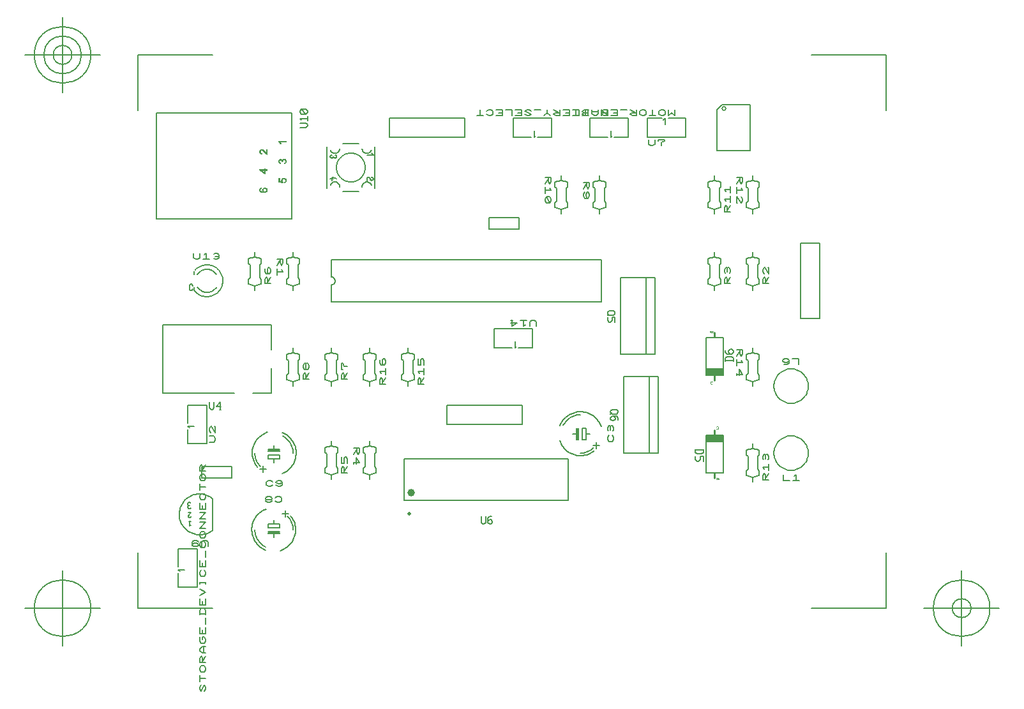
<source format=gbr>
G04 Generated by Ultiboard 14.2 *
%FSLAX34Y34*%
%MOMM*%

%ADD10C,0.0001*%
%ADD11C,0.2032*%
%ADD12C,0.1500*%
%ADD13C,0.2540*%
%ADD14C,0.1000*%
%ADD15C,0.0556*%
%ADD16C,0.1552*%
%ADD17C,0.2001*%
%ADD18C,0.2000*%
%ADD19C,0.1556*%
%ADD20C,0.0010*%
%ADD21C,0.1270*%
%ADD22C,0.50000*%
%ADD23C,1.00000*%


G04 ColorRGB FFFF00 for the following layer *
%LNSilkscreen Top*%
%LPD*%
G54D10*
G54D11*
X85544Y-112889D02*
X87055Y-110067D01*
X87055Y-107244D01*
X85544Y-104422D01*
X81008Y-112889D01*
X79496Y-110067D01*
X79496Y-107244D01*
X81008Y-104422D01*
X87055Y-95956D02*
X79496Y-95956D01*
X79496Y-100189D02*
X79496Y-91722D01*
X85544Y-87489D02*
X87055Y-84667D01*
X87055Y-81844D01*
X85544Y-79022D01*
X81008Y-79022D01*
X79496Y-81844D01*
X79496Y-84667D01*
X81008Y-87489D01*
X85544Y-87489D01*
X87055Y-74789D02*
X79496Y-74789D01*
X79496Y-69144D01*
X81008Y-66322D01*
X81764Y-66322D01*
X83276Y-69144D01*
X83276Y-74789D01*
X83276Y-73378D02*
X87055Y-66322D01*
X87055Y-62089D02*
X82520Y-62089D01*
X79496Y-59267D01*
X79496Y-56444D01*
X82520Y-53622D01*
X87055Y-53622D01*
X84788Y-62089D02*
X84788Y-53622D01*
X83276Y-43744D02*
X83276Y-40922D01*
X85544Y-40922D01*
X87055Y-43744D01*
X87055Y-46567D01*
X85544Y-49389D01*
X81008Y-49389D01*
X79496Y-46567D01*
X79496Y-40922D01*
X87055Y-28222D02*
X87055Y-36689D01*
X83276Y-36689D01*
X79496Y-36689D01*
X79496Y-28222D01*
X83276Y-36689D02*
X83276Y-31044D01*
X87055Y-23989D02*
X87055Y-15522D01*
X87055Y-11289D02*
X87055Y-5644D01*
X85544Y-2822D01*
X81008Y-2822D01*
X79496Y-5644D01*
X79496Y-11289D01*
X79496Y-9878D02*
X87055Y-9878D01*
X87055Y9878D02*
X87055Y1411D01*
X83276Y1411D01*
X79496Y1411D01*
X79496Y9878D01*
X83276Y1411D02*
X83276Y7056D01*
X79496Y14111D02*
X87055Y18344D01*
X79496Y22578D01*
X87055Y29633D02*
X87055Y32456D01*
X79496Y29633D02*
X79496Y32456D01*
X87055Y31044D02*
X79496Y31044D01*
X85544Y47978D02*
X87055Y45156D01*
X87055Y42333D01*
X85544Y39511D01*
X81008Y39511D01*
X79496Y42333D01*
X79496Y45156D01*
X81008Y47978D01*
X87055Y60678D02*
X87055Y52211D01*
X83276Y52211D01*
X79496Y52211D01*
X79496Y60678D01*
X83276Y52211D02*
X83276Y57856D01*
X87055Y64911D02*
X87055Y73378D01*
X85544Y86078D02*
X87055Y83256D01*
X87055Y80433D01*
X85544Y77611D01*
X81008Y77611D01*
X79496Y80433D01*
X79496Y83256D01*
X81008Y86078D01*
X85544Y90311D02*
X87055Y93133D01*
X87055Y95956D01*
X85544Y98778D01*
X81008Y98778D01*
X79496Y95956D01*
X79496Y93133D01*
X81008Y90311D01*
X85544Y90311D01*
X87055Y103011D02*
X79496Y103011D01*
X87055Y111478D01*
X79496Y111478D01*
X87055Y115711D02*
X79496Y115711D01*
X87055Y124178D01*
X79496Y124178D01*
X87055Y136878D02*
X87055Y128411D01*
X83276Y128411D01*
X79496Y128411D01*
X79496Y136878D01*
X83276Y128411D02*
X83276Y134056D01*
X85544Y149578D02*
X87055Y146756D01*
X87055Y143933D01*
X85544Y141111D01*
X81008Y141111D01*
X79496Y143933D01*
X79496Y146756D01*
X81008Y149578D01*
X87055Y158044D02*
X79496Y158044D01*
X79496Y153811D02*
X79496Y162278D01*
X85544Y166511D02*
X87055Y169333D01*
X87055Y172156D01*
X85544Y174978D01*
X81008Y174978D01*
X79496Y172156D01*
X79496Y169333D01*
X81008Y166511D01*
X85544Y166511D01*
X87055Y179211D02*
X79496Y179211D01*
X79496Y184856D01*
X81008Y187678D01*
X81764Y187678D01*
X83276Y184856D01*
X83276Y179211D01*
X83276Y180622D02*
X87055Y187678D01*
X76200Y76200D02*
X76200Y25400D01*
X50800Y44450D02*
X50800Y25400D01*
X76200Y25400D01*
X50800Y76200D02*
X50800Y52917D01*
X50800Y48683D02*
X59267Y48683D01*
X52917Y46567D02*
X50800Y48683D01*
X50800Y76200D02*
X76200Y76200D01*
X90572Y79264D02*
X90572Y85312D01*
X87750Y86824D01*
X84928Y86824D01*
X82106Y85312D01*
X82106Y79264D01*
X77872Y85312D02*
X75050Y86824D01*
X72228Y86824D01*
X69406Y85312D01*
X69406Y82288D01*
X69406Y80776D01*
X72228Y79264D01*
X75050Y79264D01*
X77872Y80776D01*
X77872Y82288D01*
X75050Y83800D01*
X72228Y83800D01*
X69406Y82288D01*
X95963Y143250D02*
X94039Y144622D01*
X92003Y145822D01*
X89869Y146840D01*
X87655Y147667D01*
X85378Y148299D01*
X83054Y148730D01*
X80701Y148956D01*
X78337Y148977D01*
X75981Y148791D01*
X73650Y148401D01*
X71362Y147809D01*
X69134Y147020D01*
X66983Y146040D01*
X64926Y144876D01*
X62978Y143538D01*
X61154Y142034D01*
X59468Y140378D01*
X57933Y138580D01*
X56561Y136656D01*
X55361Y134620D01*
X54343Y132486D01*
X53516Y130272D01*
X52884Y127995D01*
X52453Y125671D01*
X52227Y123318D01*
X52206Y120954D01*
X52392Y118598D01*
X52782Y116267D01*
X53374Y113979D01*
X54163Y111751D01*
X55143Y109600D01*
X56307Y107543D01*
X57645Y105595D01*
X59149Y103771D01*
X60805Y102085D01*
X62603Y100550D01*
X64527Y99178D01*
X66563Y97978D01*
X68697Y96960D01*
X70911Y96133D01*
X73188Y95501D01*
X75512Y95070D01*
X77865Y94844D01*
X80229Y94823D01*
X82585Y95009D01*
X84916Y95399D01*
X87204Y95991D01*
X89432Y96780D01*
X91583Y97760D01*
X93640Y98924D01*
X95588Y100262D01*
X95963Y100550D01*
X96217Y143067D02*
X96217Y100733D01*
X66160Y106660D02*
X66160Y113010D01*
X65737Y133754D02*
X65553Y133746D01*
X65369Y133722D01*
X65189Y133682D01*
X65013Y133626D01*
X64842Y133555D01*
X64679Y133470D01*
X64523Y133371D01*
X64376Y133258D01*
X64240Y133134D01*
X64116Y132998D01*
X64003Y132851D01*
X63904Y132695D01*
X63819Y132532D01*
X63748Y132361D01*
X63692Y132185D01*
X63652Y132005D01*
X63628Y131821D01*
X63620Y131637D01*
X63628Y131453D01*
X63652Y131269D01*
X63692Y131089D01*
X63748Y130913D01*
X63819Y130742D01*
X63904Y130579D01*
X64003Y130423D01*
X64116Y130276D01*
X64240Y130140D01*
X64376Y130016D01*
X64523Y129903D01*
X64679Y129804D01*
X64842Y129719D01*
X65013Y129648D01*
X65189Y129592D01*
X65369Y129552D01*
X65553Y129528D01*
X65737Y129520D01*
X65921Y129528D01*
X66105Y129552D01*
X66285Y129592D01*
X66461Y129648D01*
X66632Y129719D01*
X66795Y129804D01*
X66951Y129903D01*
X67098Y130016D01*
X67234Y130140D01*
X67022Y137367D02*
X66886Y137491D01*
X66739Y137604D01*
X66583Y137703D01*
X66420Y137788D01*
X66249Y137859D01*
X66073Y137915D01*
X65893Y137955D01*
X65709Y137979D01*
X65525Y137987D01*
X65341Y137979D01*
X65157Y137955D01*
X64977Y137915D01*
X64801Y137859D01*
X64630Y137788D01*
X64467Y137703D01*
X64311Y137604D01*
X64164Y137491D01*
X64028Y137367D01*
X63904Y137231D01*
X63791Y137084D01*
X63692Y136928D01*
X63607Y136765D01*
X63536Y136594D01*
X63480Y136418D01*
X63440Y136238D01*
X63416Y136054D01*
X63408Y135870D01*
X63416Y135686D01*
X63440Y135502D01*
X63480Y135322D01*
X63536Y135146D01*
X63607Y134975D01*
X63692Y134812D01*
X63791Y134656D01*
X63904Y134509D01*
X64028Y134373D01*
X64164Y134249D01*
X64311Y134136D01*
X64467Y134037D01*
X64630Y133952D01*
X64801Y133881D01*
X64977Y133825D01*
X65157Y133785D01*
X65341Y133761D01*
X65525Y133753D01*
X65525Y133753D01*
X64751Y120557D02*
X64651Y120448D01*
X64561Y120331D01*
X64482Y120207D01*
X64413Y120076D01*
X64357Y119939D01*
X64312Y119798D01*
X64280Y119654D01*
X64261Y119508D01*
X64255Y119360D01*
X64261Y119212D01*
X64280Y119066D01*
X64312Y118922D01*
X64357Y118781D01*
X64413Y118644D01*
X64482Y118513D01*
X64561Y118389D01*
X64651Y118272D01*
X64751Y118163D01*
X64860Y118063D01*
X64977Y117973D01*
X65101Y117894D01*
X65232Y117825D01*
X65369Y117769D01*
X65510Y117724D01*
X65654Y117692D01*
X65800Y117673D01*
X65948Y117667D01*
X66096Y117673D01*
X66242Y117692D01*
X66386Y117724D01*
X66527Y117769D01*
X66664Y117825D01*
X66795Y117894D01*
X66919Y117973D01*
X67036Y118063D01*
X67145Y118163D01*
X67245Y118272D01*
X67335Y118389D01*
X67414Y118513D01*
X67483Y118644D01*
X67539Y118781D01*
X67584Y118922D01*
X67616Y119066D01*
X67635Y119212D01*
X67641Y119360D01*
X67430Y124440D02*
X64467Y120207D01*
X64043Y124440D02*
X67430Y124440D01*
X64890Y113010D02*
X67430Y113010D01*
X66160Y106660D02*
X67430Y107930D01*
X179352Y143964D02*
X182174Y145475D01*
X184997Y145475D01*
X187819Y143964D01*
X187819Y139428D01*
X184997Y137916D01*
X182174Y137916D01*
X179352Y139428D01*
X169474Y145475D02*
X172297Y145475D01*
X175119Y143964D01*
X175119Y142452D01*
X173708Y141696D01*
X175119Y140940D01*
X175119Y139428D01*
X172297Y137916D01*
X169474Y137916D01*
X166652Y139428D01*
X166652Y140940D01*
X168063Y141696D01*
X166652Y142452D01*
X166652Y143964D01*
X169474Y145475D01*
X173708Y141696D02*
X168063Y141696D01*
X170180Y109220D02*
X185420Y109220D01*
X185420Y104140D02*
X170180Y104140D01*
X185420Y96520D02*
X170180Y96520D01*
X185420Y99060D02*
X170180Y99060D01*
X170180Y97790D02*
X185420Y97790D01*
X170180Y104140D02*
X170180Y109220D01*
X177800Y96520D02*
X177800Y91440D01*
X185420Y104140D02*
X185420Y109220D01*
X177800Y109220D02*
X177800Y114300D01*
X192617Y127000D02*
X192617Y118533D01*
X188383Y122767D02*
X196850Y122767D01*
X167256Y129067D02*
X164902Y128044D01*
X162647Y126819D01*
X160506Y125403D01*
X158498Y123805D01*
X156636Y122038D01*
X154935Y120116D01*
X153408Y118052D01*
X152067Y115864D01*
X150922Y113567D01*
X149981Y111179D01*
X149252Y108718D01*
X148741Y106203D01*
X148450Y103652D01*
X148383Y101087D01*
X148540Y98525D01*
X148919Y95986D01*
X149518Y93490D01*
X150333Y91056D01*
X151356Y88702D01*
X152581Y86447D01*
X153997Y84306D01*
X155595Y82298D01*
X157362Y80436D01*
X159284Y78735D01*
X161348Y77208D01*
X163536Y75867D01*
X165833Y74722D01*
X166778Y74321D01*
X152400Y101600D02*
X152497Y99386D01*
X152786Y97189D01*
X153265Y95026D01*
X153932Y92913D01*
X154780Y90865D01*
X155803Y88900D01*
X156994Y87031D01*
X158342Y85273D01*
X159839Y83639D01*
X161473Y82142D01*
X163231Y80794D01*
X165100Y79603D01*
X166269Y78968D01*
X186216Y74071D02*
X188584Y74909D01*
X190869Y75951D01*
X193055Y77188D01*
X195124Y78610D01*
X197062Y80207D01*
X198853Y81968D01*
X200484Y83877D01*
X201943Y85922D01*
X203217Y88085D01*
X204298Y90352D01*
X205178Y92704D01*
X205849Y95124D01*
X206307Y97594D01*
X206547Y100093D01*
X206569Y102605D01*
X206372Y105108D01*
X205958Y107585D01*
X205329Y110016D01*
X204491Y112384D01*
X203449Y114669D01*
X202212Y116855D01*
X200790Y118924D01*
X199526Y120486D01*
X203200Y101600D02*
X203103Y103814D01*
X202814Y106011D01*
X202335Y108174D01*
X201668Y110287D01*
X200820Y112335D01*
X199797Y114300D01*
X198606Y116169D01*
X197258Y117927D01*
X195761Y119561D01*
X452615Y118983D02*
X452615Y110983D01*
X454606Y108983D01*
X456597Y108983D01*
X458588Y110983D01*
X458588Y118983D01*
X466553Y118983D02*
X463566Y118983D01*
X461575Y116983D01*
X461575Y112983D01*
X461575Y110983D01*
X463566Y108983D01*
X465557Y108983D01*
X467548Y110983D01*
X467548Y112983D01*
X465557Y114983D01*
X463566Y114983D01*
X461575Y112983D01*
X568043Y195662D02*
X350043Y195662D01*
X350043Y140962D02*
X568043Y140962D01*
X350043Y195662D02*
X350043Y140962D01*
X568043Y140962D02*
X568043Y195662D01*
X176248Y160836D02*
X173426Y159325D01*
X170603Y159325D01*
X167781Y160836D01*
X167781Y165372D01*
X170603Y166884D01*
X173426Y166884D01*
X176248Y165372D01*
X180481Y160836D02*
X183303Y159325D01*
X186126Y159325D01*
X188948Y160836D01*
X188948Y163860D01*
X188948Y165372D01*
X186126Y166884D01*
X183303Y166884D01*
X180481Y165372D01*
X180481Y163860D01*
X183303Y162348D01*
X186126Y162348D01*
X188948Y163860D01*
X185420Y195580D02*
X170180Y195580D01*
X170180Y200660D02*
X185420Y200660D01*
X170180Y208280D02*
X185420Y208280D01*
X170180Y205740D02*
X185420Y205740D01*
X185420Y207010D02*
X170180Y207010D01*
X185420Y200660D02*
X185420Y195580D01*
X177800Y208280D02*
X177800Y213360D01*
X170180Y200660D02*
X170180Y195580D01*
X177800Y195580D02*
X177800Y190500D01*
X162983Y177800D02*
X162983Y186267D01*
X167217Y182033D02*
X158750Y182033D01*
X188344Y175733D02*
X190698Y176756D01*
X192953Y177981D01*
X195094Y179397D01*
X197102Y180995D01*
X198964Y182762D01*
X200665Y184684D01*
X202192Y186748D01*
X203533Y188936D01*
X204678Y191233D01*
X205619Y193621D01*
X206348Y196082D01*
X206859Y198597D01*
X207150Y201148D01*
X207217Y203713D01*
X207060Y206275D01*
X206681Y208814D01*
X206082Y211310D01*
X205267Y213744D01*
X204244Y216098D01*
X203019Y218353D01*
X201603Y220494D01*
X200005Y222502D01*
X198238Y224364D01*
X196316Y226065D01*
X194252Y227592D01*
X192064Y228933D01*
X189767Y230078D01*
X188822Y230479D01*
X203200Y203200D02*
X203103Y205414D01*
X202814Y207611D01*
X202335Y209774D01*
X201668Y211887D01*
X200820Y213935D01*
X199797Y215900D01*
X198606Y217769D01*
X197258Y219527D01*
X195761Y221161D01*
X194127Y222658D01*
X192369Y224006D01*
X190500Y225197D01*
X189331Y225832D01*
X169384Y230729D02*
X167016Y229891D01*
X164731Y228849D01*
X162545Y227612D01*
X160476Y226190D01*
X158538Y224593D01*
X156747Y222832D01*
X155116Y220923D01*
X153657Y218878D01*
X152383Y216715D01*
X151302Y214448D01*
X150422Y212096D01*
X149751Y209676D01*
X149293Y207206D01*
X149053Y204707D01*
X149031Y202195D01*
X149228Y199692D01*
X149642Y197215D01*
X150271Y194784D01*
X151109Y192416D01*
X152151Y190131D01*
X153388Y187945D01*
X154810Y185876D01*
X156074Y184314D01*
X152400Y203200D02*
X152497Y200986D01*
X152786Y198789D01*
X153265Y196626D01*
X153932Y194513D01*
X154780Y192465D01*
X155803Y190500D01*
X156994Y188631D01*
X158342Y186873D01*
X159839Y185239D01*
X275015Y177343D02*
X267456Y177343D01*
X267456Y182988D01*
X268968Y185810D01*
X269724Y185810D01*
X271236Y182988D01*
X271236Y177343D01*
X271236Y178754D02*
X275015Y185810D01*
X267456Y198510D02*
X267456Y190043D01*
X270480Y190043D01*
X270480Y195688D01*
X271992Y198510D01*
X273504Y198510D01*
X275015Y195688D01*
X275015Y190043D01*
X262467Y183129D02*
X260350Y185246D01*
X260350Y202179D02*
X260350Y185246D01*
X247650Y202179D02*
X247650Y185246D01*
X245533Y183129D02*
X247650Y185246D01*
X254000Y174662D02*
X262467Y176779D01*
X262467Y183129D01*
X245533Y176779D02*
X245533Y183129D01*
X254000Y174662D02*
X245533Y176779D01*
X254000Y174662D02*
X254000Y168312D01*
X254000Y212762D02*
X262467Y210646D01*
X262467Y204296D02*
X260350Y202179D01*
X262467Y210646D02*
X262467Y204296D01*
X254000Y212762D02*
X254000Y219112D01*
X254000Y212762D02*
X245533Y210646D01*
X245533Y204296D01*
X247650Y202179D01*
X283785Y210081D02*
X291344Y210081D01*
X291344Y204437D01*
X289832Y201614D01*
X289076Y201614D01*
X287564Y204437D01*
X287564Y210081D01*
X287564Y208670D02*
X283785Y201614D01*
X286808Y188914D02*
X286808Y197381D01*
X291344Y190326D01*
X283785Y190326D01*
X283785Y191737D02*
X283785Y188914D01*
X296333Y204296D02*
X298450Y202179D01*
X298450Y185246D02*
X298450Y202179D01*
X311150Y185246D02*
X311150Y202179D01*
X313267Y204296D02*
X311150Y202179D01*
X304800Y212762D02*
X296333Y210646D01*
X296333Y204296D01*
X313267Y210646D02*
X313267Y204296D01*
X304800Y212762D02*
X313267Y210646D01*
X304800Y212762D02*
X304800Y219112D01*
X304800Y174662D02*
X296333Y176779D01*
X296333Y183129D02*
X298450Y185246D01*
X296333Y176779D02*
X296333Y183129D01*
X304800Y174662D02*
X304800Y168312D01*
X304800Y174662D02*
X313267Y176779D01*
X313267Y183129D01*
X311150Y185246D01*
X773500Y226880D02*
X750500Y226880D01*
X750500Y176880D02*
X773500Y176880D01*
X750500Y226880D02*
X750500Y176880D01*
X773500Y176880D02*
X773500Y226880D01*
X833815Y167781D02*
X826256Y167781D01*
X826256Y173426D01*
X827768Y176248D01*
X828524Y176248D01*
X830036Y173426D01*
X830036Y167781D01*
X830036Y169192D02*
X833815Y176248D01*
X827768Y181892D02*
X826256Y184714D01*
X833815Y184714D01*
X833815Y180481D02*
X833815Y188948D01*
X827012Y194592D02*
X826256Y196003D01*
X826256Y198826D01*
X827768Y201648D01*
X829280Y201648D01*
X830036Y200237D01*
X830792Y201648D01*
X832304Y201648D01*
X833815Y198826D01*
X833815Y196003D01*
X833060Y194592D01*
X830036Y196003D02*
X830036Y200237D01*
X821267Y179917D02*
X819150Y182033D01*
X819150Y198967D02*
X819150Y182033D01*
X806450Y198967D02*
X806450Y182033D01*
X804333Y179917D02*
X806450Y182033D01*
X812800Y171450D02*
X821267Y173567D01*
X821267Y179917D01*
X804333Y173567D02*
X804333Y179917D01*
X812800Y171450D02*
X804333Y173567D01*
X812800Y171450D02*
X812800Y165100D01*
X812800Y209550D02*
X821267Y207433D01*
X821267Y201083D02*
X819150Y198967D01*
X821267Y207433D02*
X821267Y201083D01*
X812800Y209550D02*
X812800Y215900D01*
X812800Y209550D02*
X804333Y207433D01*
X804333Y201083D01*
X806450Y198967D01*
X81600Y170300D02*
X121600Y170300D01*
X121600Y185300D01*
X81600Y185300D01*
X81600Y170300D01*
X853581Y174504D02*
X853581Y166945D01*
X862048Y166945D01*
X867692Y172992D02*
X870514Y174504D01*
X870514Y166945D01*
X866281Y166945D02*
X874748Y166945D01*
X863600Y226060D02*
X861608Y225973D01*
X859630Y225713D01*
X857683Y225281D01*
X855781Y224681D01*
X853939Y223918D01*
X852170Y222997D01*
X850488Y221926D01*
X848906Y220712D01*
X847436Y219364D01*
X846088Y217894D01*
X844874Y216312D01*
X843803Y214630D01*
X842882Y212861D01*
X842119Y211019D01*
X841519Y209117D01*
X841087Y207170D01*
X840827Y205192D01*
X840740Y203200D01*
X840827Y201208D01*
X841087Y199230D01*
X841519Y197283D01*
X842119Y195381D01*
X842882Y193539D01*
X843803Y191770D01*
X844874Y190088D01*
X846088Y188506D01*
X847436Y187036D01*
X848906Y185688D01*
X850488Y184474D01*
X852170Y183403D01*
X853939Y182482D01*
X855781Y181719D01*
X857683Y181119D01*
X859630Y180687D01*
X861608Y180427D01*
X863600Y180340D01*
X865592Y180427D01*
X867570Y180687D01*
X869517Y181119D01*
X871419Y181719D01*
X873261Y182482D01*
X875030Y183403D01*
X876712Y184474D01*
X878294Y185688D01*
X879764Y187036D01*
X881112Y188506D01*
X882326Y190088D01*
X883397Y191770D01*
X884318Y193539D01*
X885081Y195381D01*
X885681Y197283D01*
X886113Y199230D01*
X886373Y201208D01*
X886460Y203200D01*
X886373Y205192D01*
X886113Y207170D01*
X885681Y209117D01*
X885081Y211019D01*
X884318Y212861D01*
X883397Y214630D01*
X882326Y216312D01*
X881112Y217894D01*
X879764Y219364D01*
X878294Y220712D01*
X876712Y221926D01*
X875030Y222997D01*
X873261Y223918D01*
X871419Y224681D01*
X869517Y225281D01*
X867570Y225713D01*
X865592Y225973D01*
X863600Y226060D01*
X92196Y217311D02*
X98244Y217311D01*
X99755Y220133D01*
X99755Y222956D01*
X98244Y225778D01*
X92196Y225778D01*
X93708Y230011D02*
X92196Y232833D01*
X92196Y235656D01*
X93708Y238478D01*
X94464Y238478D01*
X99755Y230011D01*
X99755Y238478D01*
X99000Y238478D01*
X88900Y266700D02*
X88900Y215900D01*
X63500Y234950D02*
X63500Y215900D01*
X88900Y215900D01*
X63500Y266700D02*
X63500Y243417D01*
X63500Y239183D02*
X71967Y239183D01*
X65617Y237067D02*
X63500Y239183D01*
X63500Y266700D02*
X88900Y266700D01*
X675640Y203216D02*
X675650Y304450D01*
X641350Y203216D02*
X641350Y304650D01*
X687600Y304550D02*
X687584Y203216D01*
X674370Y304784D02*
X641350Y304784D01*
X687584Y304784D02*
X673614Y304784D01*
X687584Y203216D02*
X673614Y203216D01*
X92360Y271100D02*
X92360Y263100D01*
X94360Y261100D01*
X96360Y261100D01*
X98360Y263100D01*
X98360Y271100D01*
X107360Y265100D02*
X101360Y265100D01*
X106360Y271100D01*
X106360Y261100D01*
X105360Y261100D02*
X107360Y261100D01*
X407200Y241300D02*
X507200Y241300D01*
X507200Y266700D01*
X407200Y266700D01*
X407200Y241300D01*
X224215Y301131D02*
X216656Y301131D01*
X216656Y306776D01*
X218168Y309598D01*
X218924Y309598D01*
X220436Y306776D01*
X220436Y301131D01*
X220436Y302542D02*
X224215Y309598D01*
X224215Y319476D02*
X224215Y316653D01*
X222704Y313831D01*
X221192Y313831D01*
X220436Y315242D01*
X219680Y313831D01*
X218168Y313831D01*
X216656Y316653D01*
X216656Y319476D01*
X218168Y322298D01*
X219680Y322298D01*
X220436Y320887D01*
X221192Y322298D01*
X222704Y322298D01*
X224215Y319476D01*
X220436Y315242D02*
X220436Y320887D01*
X211667Y306917D02*
X209550Y309033D01*
X209550Y325967D02*
X209550Y309033D01*
X196850Y325967D02*
X196850Y309033D01*
X194733Y306917D02*
X196850Y309033D01*
X203200Y298450D02*
X211667Y300567D01*
X211667Y306917D01*
X194733Y300567D02*
X194733Y306917D01*
X203200Y298450D02*
X194733Y300567D01*
X203200Y298450D02*
X203200Y292100D01*
X203200Y336550D02*
X211667Y334433D01*
X211667Y328083D02*
X209550Y325967D01*
X211667Y334433D02*
X211667Y328083D01*
X203200Y336550D02*
X203200Y342900D01*
X203200Y336550D02*
X194733Y334433D01*
X194733Y328083D01*
X196850Y325967D01*
X275015Y301131D02*
X267456Y301131D01*
X267456Y306776D01*
X268968Y309598D01*
X269724Y309598D01*
X271236Y306776D01*
X271236Y301131D01*
X271236Y302542D02*
X275015Y309598D01*
X275015Y318064D02*
X271236Y318064D01*
X268968Y322298D01*
X267456Y322298D01*
X267456Y313831D01*
X268968Y313831D01*
X262467Y306917D02*
X260350Y309033D01*
X260350Y325967D02*
X260350Y309033D01*
X247650Y325967D02*
X247650Y309033D01*
X245533Y306917D02*
X247650Y309033D01*
X254000Y298450D02*
X262467Y300567D01*
X262467Y306917D01*
X245533Y300567D02*
X245533Y306917D01*
X254000Y298450D02*
X245533Y300567D01*
X254000Y298450D02*
X254000Y292100D01*
X254000Y336550D02*
X262467Y334433D01*
X262467Y328083D02*
X260350Y325967D01*
X262467Y334433D02*
X262467Y328083D01*
X254000Y336550D02*
X254000Y342900D01*
X254000Y336550D02*
X245533Y334433D01*
X245533Y328083D01*
X247650Y325967D01*
X325815Y294781D02*
X318256Y294781D01*
X318256Y300426D01*
X319768Y303248D01*
X320524Y303248D01*
X322036Y300426D01*
X322036Y294781D01*
X322036Y296192D02*
X325815Y303248D01*
X319768Y308892D02*
X318256Y311714D01*
X325815Y311714D01*
X325815Y307481D02*
X325815Y315948D01*
X318256Y327237D02*
X318256Y323003D01*
X319768Y320181D01*
X322792Y320181D01*
X324304Y320181D01*
X325815Y323003D01*
X325815Y325826D01*
X324304Y328648D01*
X322792Y328648D01*
X321280Y325826D01*
X321280Y323003D01*
X322792Y320181D01*
X313267Y306917D02*
X311150Y309033D01*
X311150Y325967D02*
X311150Y309033D01*
X298450Y325967D02*
X298450Y309033D01*
X296333Y306917D02*
X298450Y309033D01*
X304800Y298450D02*
X313267Y300567D01*
X313267Y306917D01*
X296333Y300567D02*
X296333Y306917D01*
X304800Y298450D02*
X296333Y300567D01*
X304800Y298450D02*
X304800Y292100D01*
X304800Y336550D02*
X313267Y334433D01*
X313267Y328083D02*
X311150Y325967D01*
X313267Y334433D02*
X313267Y328083D01*
X304800Y336550D02*
X304800Y342900D01*
X304800Y336550D02*
X296333Y334433D01*
X296333Y328083D01*
X298450Y325967D01*
X376615Y294781D02*
X369056Y294781D01*
X369056Y300426D01*
X370568Y303248D01*
X371324Y303248D01*
X372836Y300426D01*
X372836Y294781D01*
X372836Y296192D02*
X376615Y303248D01*
X370568Y308892D02*
X369056Y311714D01*
X376615Y311714D01*
X376615Y307481D02*
X376615Y315948D01*
X369056Y328648D02*
X369056Y320181D01*
X372080Y320181D01*
X372080Y325826D01*
X373592Y328648D01*
X375104Y328648D01*
X376615Y325826D01*
X376615Y320181D01*
X364067Y306917D02*
X361950Y309033D01*
X361950Y325967D02*
X361950Y309033D01*
X349250Y325967D02*
X349250Y309033D01*
X347133Y306917D02*
X349250Y309033D01*
X355600Y298450D02*
X364067Y300567D01*
X364067Y306917D01*
X347133Y300567D02*
X347133Y306917D01*
X355600Y298450D02*
X347133Y300567D01*
X355600Y298450D02*
X355600Y292100D01*
X355600Y336550D02*
X364067Y334433D01*
X364067Y328083D02*
X361950Y325967D01*
X364067Y334433D02*
X364067Y328083D01*
X355600Y336550D02*
X355600Y342900D01*
X355600Y336550D02*
X347133Y334433D01*
X347133Y328083D01*
X349250Y325967D01*
X750500Y306520D02*
X773500Y306520D01*
X773500Y356520D02*
X750500Y356520D01*
X773500Y306520D02*
X773500Y356520D01*
X750500Y356520D02*
X750500Y306520D01*
X791785Y340219D02*
X799344Y340219D01*
X799344Y334574D01*
X797832Y331752D01*
X797076Y331752D01*
X795564Y334574D01*
X795564Y340219D01*
X795564Y338808D02*
X791785Y331752D01*
X797832Y326108D02*
X799344Y323286D01*
X791785Y323286D01*
X791785Y327519D02*
X791785Y319052D01*
X794808Y306352D02*
X794808Y314819D01*
X799344Y307763D01*
X791785Y307763D01*
X791785Y309174D02*
X791785Y306352D01*
X804333Y328083D02*
X806450Y325967D01*
X806450Y309033D02*
X806450Y325967D01*
X819150Y309033D02*
X819150Y325967D01*
X821267Y328083D02*
X819150Y325967D01*
X812800Y336550D02*
X804333Y334433D01*
X804333Y328083D01*
X821267Y334433D02*
X821267Y328083D01*
X812800Y336550D02*
X821267Y334433D01*
X812800Y336550D02*
X812800Y342900D01*
X812800Y298450D02*
X804333Y300567D01*
X804333Y306917D02*
X806450Y309033D01*
X804333Y300567D02*
X804333Y306917D01*
X812800Y298450D02*
X812800Y292100D01*
X812800Y298450D02*
X821267Y300567D01*
X821267Y306917D01*
X819150Y309033D01*
X873619Y320796D02*
X873619Y328355D01*
X865152Y328355D01*
X853863Y320796D02*
X858097Y320796D01*
X860919Y322308D01*
X860919Y325332D01*
X860919Y326844D01*
X858097Y328355D01*
X855274Y328355D01*
X852452Y326844D01*
X852452Y325332D01*
X855274Y323820D01*
X858097Y323820D01*
X860919Y325332D01*
X863600Y269240D02*
X865592Y269327D01*
X867570Y269587D01*
X869517Y270019D01*
X871419Y270619D01*
X873261Y271382D01*
X875030Y272303D01*
X876712Y273374D01*
X878294Y274588D01*
X879764Y275936D01*
X881112Y277406D01*
X882326Y278988D01*
X883397Y280670D01*
X884318Y282439D01*
X885081Y284281D01*
X885681Y286183D01*
X886113Y288130D01*
X886373Y290108D01*
X886460Y292100D01*
X886373Y294092D01*
X886113Y296070D01*
X885681Y298017D01*
X885081Y299919D01*
X884318Y301761D01*
X883397Y303530D01*
X882326Y305212D01*
X881112Y306794D01*
X879764Y308264D01*
X878294Y309612D01*
X876712Y310826D01*
X875030Y311897D01*
X873261Y312818D01*
X871419Y313581D01*
X869517Y314181D01*
X867570Y314613D01*
X865592Y314873D01*
X863600Y314960D01*
X861608Y314873D01*
X859630Y314613D01*
X857683Y314181D01*
X855781Y313581D01*
X853939Y312818D01*
X852170Y311897D01*
X850488Y310826D01*
X848906Y309612D01*
X847436Y308264D01*
X846088Y306794D01*
X844874Y305212D01*
X843803Y303530D01*
X842882Y301761D01*
X842119Y299919D01*
X841519Y298017D01*
X841087Y296070D01*
X840827Y294092D01*
X840740Y292100D01*
X840827Y290108D01*
X841087Y288130D01*
X841519Y286183D01*
X842119Y284281D01*
X842882Y282439D01*
X843803Y280670D01*
X844874Y278988D01*
X846088Y277406D01*
X847436Y275936D01*
X848906Y274588D01*
X850488Y273374D01*
X852170Y272303D01*
X853939Y271382D01*
X855781Y270619D01*
X857683Y270019D01*
X859630Y269587D01*
X861608Y269327D01*
X863600Y269240D01*
X671565Y334291D02*
X671575Y435525D01*
X637275Y334291D02*
X637275Y435725D01*
X683525Y435625D02*
X683509Y334291D01*
X670295Y435859D02*
X637275Y435859D01*
X683509Y435859D02*
X669539Y435859D01*
X683509Y334291D02*
X669539Y334291D01*
X525639Y371596D02*
X525639Y377644D01*
X522817Y379155D01*
X519994Y379155D01*
X517172Y377644D01*
X517172Y371596D01*
X511528Y373108D02*
X508706Y371596D01*
X508706Y379155D01*
X512939Y379155D02*
X504472Y379155D01*
X491772Y376132D02*
X500239Y376132D01*
X493183Y371596D01*
X493183Y379155D01*
X494594Y379155D02*
X491772Y379155D01*
X469900Y368300D02*
X520700Y368300D01*
X501650Y342900D02*
X520700Y342900D01*
X520700Y368300D01*
X469900Y342900D02*
X493183Y342900D01*
X497417Y342900D02*
X497417Y351367D01*
X499533Y345017D02*
X497417Y342900D01*
X469900Y342900D02*
X469900Y368300D01*
X173415Y428131D02*
X165856Y428131D01*
X165856Y433776D01*
X167368Y436598D01*
X168124Y436598D01*
X169636Y433776D01*
X169636Y428131D01*
X169636Y429542D02*
X173415Y436598D01*
X165856Y447887D02*
X165856Y443653D01*
X167368Y440831D01*
X170392Y440831D01*
X171904Y440831D01*
X173415Y443653D01*
X173415Y446476D01*
X171904Y449298D01*
X170392Y449298D01*
X168880Y446476D01*
X168880Y443653D01*
X170392Y440831D01*
X160867Y433917D02*
X158750Y436033D01*
X158750Y452967D02*
X158750Y436033D01*
X146050Y452967D02*
X146050Y436033D01*
X143933Y433917D02*
X146050Y436033D01*
X152400Y425450D02*
X160867Y427567D01*
X160867Y433917D01*
X143933Y427567D02*
X143933Y433917D01*
X152400Y425450D02*
X143933Y427567D01*
X152400Y425450D02*
X152400Y419100D01*
X152400Y463550D02*
X160867Y461433D01*
X160867Y455083D02*
X158750Y452967D01*
X160867Y461433D02*
X160867Y455083D01*
X152400Y463550D02*
X152400Y469900D01*
X152400Y463550D02*
X143933Y461433D01*
X143933Y455083D01*
X146050Y452967D01*
X182185Y460869D02*
X189744Y460869D01*
X189744Y455224D01*
X188232Y452402D01*
X187476Y452402D01*
X185964Y455224D01*
X185964Y460869D01*
X185964Y459458D02*
X182185Y452402D01*
X188232Y446758D02*
X189744Y443936D01*
X182185Y443936D01*
X182185Y448169D02*
X182185Y439702D01*
X194733Y455083D02*
X196850Y452967D01*
X196850Y436033D02*
X196850Y452967D01*
X209550Y436033D02*
X209550Y452967D01*
X211667Y455083D02*
X209550Y452967D01*
X203200Y463550D02*
X194733Y461433D01*
X194733Y455083D01*
X211667Y461433D02*
X211667Y455083D01*
X203200Y463550D02*
X211667Y461433D01*
X203200Y463550D02*
X203200Y469900D01*
X203200Y425450D02*
X194733Y427567D01*
X194733Y433917D02*
X196850Y436033D01*
X194733Y427567D02*
X194733Y433917D01*
X203200Y425450D02*
X203200Y419100D01*
X203200Y425450D02*
X211667Y427567D01*
X211667Y433917D01*
X209550Y436033D01*
X254000Y426800D02*
X254436Y426819D01*
X254868Y426876D01*
X255294Y426970D01*
X255710Y427102D01*
X256113Y427268D01*
X256500Y427470D01*
X256868Y427704D01*
X257214Y427970D01*
X257536Y428264D01*
X257830Y428586D01*
X258096Y428932D01*
X258330Y429300D01*
X258532Y429687D01*
X258698Y430090D01*
X258830Y430506D01*
X258924Y430932D01*
X258981Y431364D01*
X259000Y431800D01*
X258981Y432236D01*
X258924Y432668D01*
X258830Y433094D01*
X258698Y433510D01*
X258532Y433913D01*
X258330Y434300D01*
X258096Y434668D01*
X257830Y435014D01*
X257536Y435336D01*
X257214Y435630D01*
X256868Y435896D01*
X256500Y436130D01*
X256113Y436332D01*
X255710Y436498D01*
X255294Y436630D01*
X254868Y436724D01*
X254436Y436781D01*
X254000Y436800D01*
X254000Y459740D02*
X612140Y459740D01*
X254000Y403860D02*
X612140Y403860D01*
X612140Y459740D01*
X254000Y426720D02*
X254000Y403860D01*
X254000Y459740D02*
X254000Y436880D01*
X783015Y428131D02*
X775456Y428131D01*
X775456Y433776D01*
X776968Y436598D01*
X777724Y436598D01*
X779236Y433776D01*
X779236Y428131D01*
X779236Y429542D02*
X783015Y436598D01*
X776212Y442242D02*
X775456Y443653D01*
X775456Y446476D01*
X776968Y449298D01*
X778480Y449298D01*
X779236Y447887D01*
X779992Y449298D01*
X781504Y449298D01*
X783015Y446476D01*
X783015Y443653D01*
X782260Y442242D01*
X779236Y443653D02*
X779236Y447887D01*
X770467Y433917D02*
X768350Y436033D01*
X768350Y452967D02*
X768350Y436033D01*
X755650Y452967D02*
X755650Y436033D01*
X753533Y433917D02*
X755650Y436033D01*
X762000Y425450D02*
X770467Y427567D01*
X770467Y433917D01*
X753533Y427567D02*
X753533Y433917D01*
X762000Y425450D02*
X753533Y427567D01*
X762000Y425450D02*
X762000Y419100D01*
X762000Y463550D02*
X770467Y461433D01*
X770467Y455083D02*
X768350Y452967D01*
X770467Y461433D02*
X770467Y455083D01*
X762000Y463550D02*
X762000Y469900D01*
X762000Y463550D02*
X753533Y461433D01*
X753533Y455083D01*
X755650Y452967D01*
X833815Y428131D02*
X826256Y428131D01*
X826256Y433776D01*
X827768Y436598D01*
X828524Y436598D01*
X830036Y433776D01*
X830036Y428131D01*
X830036Y429542D02*
X833815Y436598D01*
X827768Y440831D02*
X826256Y443653D01*
X826256Y446476D01*
X827768Y449298D01*
X828524Y449298D01*
X833815Y440831D01*
X833815Y449298D01*
X833060Y449298D01*
X821267Y433917D02*
X819150Y436033D01*
X819150Y452967D02*
X819150Y436033D01*
X806450Y452967D02*
X806450Y436033D01*
X804333Y433917D02*
X806450Y436033D01*
X812800Y425450D02*
X821267Y427567D01*
X821267Y433917D01*
X804333Y427567D02*
X804333Y433917D01*
X812800Y425450D02*
X804333Y427567D01*
X812800Y425450D02*
X812800Y419100D01*
X812800Y463550D02*
X821267Y461433D01*
X821267Y455083D02*
X819150Y452967D01*
X821267Y461433D02*
X821267Y455083D01*
X812800Y463550D02*
X812800Y469900D01*
X812800Y463550D02*
X804333Y461433D01*
X804333Y455083D01*
X806450Y452967D01*
X876300Y481800D02*
X876300Y381800D01*
X901700Y381800D01*
X901700Y481800D01*
X876300Y481800D01*
X71261Y468086D02*
X71261Y462038D01*
X74083Y460526D01*
X76906Y460526D01*
X79728Y462038D01*
X79728Y468086D01*
X85372Y466574D02*
X88194Y468086D01*
X88194Y460526D01*
X83961Y460526D02*
X92428Y460526D01*
X98072Y467330D02*
X99483Y468086D01*
X102306Y468086D01*
X105128Y466574D01*
X105128Y465062D01*
X103717Y464306D01*
X105128Y463550D01*
X105128Y462038D01*
X102306Y460526D01*
X99483Y460526D01*
X98072Y461282D01*
X99483Y464306D02*
X103717Y464306D01*
X71996Y419062D02*
X73170Y417637D01*
X74464Y416320D01*
X75869Y415120D01*
X77372Y414048D01*
X78963Y413111D01*
X80630Y412316D01*
X82359Y411669D01*
X84139Y411176D01*
X85954Y410839D01*
X87792Y410662D01*
X89639Y410646D01*
X91480Y410791D01*
X93301Y411096D01*
X95089Y411558D01*
X96829Y412175D01*
X98509Y412940D01*
X100117Y413850D01*
X101638Y414896D01*
X103063Y416070D01*
X104380Y417364D01*
X105580Y418769D01*
X106652Y420272D01*
X107589Y421863D01*
X108384Y423530D01*
X109031Y425259D01*
X109524Y427039D01*
X109861Y428854D01*
X110038Y430692D01*
X110054Y432539D01*
X109909Y434380D01*
X109604Y436201D01*
X109142Y437989D01*
X108525Y439729D01*
X107760Y441409D01*
X106850Y443017D01*
X105804Y444538D01*
X104630Y445963D01*
X103336Y447280D01*
X101931Y448480D01*
X100428Y449552D01*
X98837Y450489D01*
X97170Y451284D01*
X95441Y451931D01*
X93661Y452424D01*
X91846Y452761D01*
X90008Y452938D01*
X88161Y452954D01*
X86320Y452809D01*
X84499Y452504D01*
X82711Y452042D01*
X80971Y451425D01*
X79291Y450660D01*
X77683Y449750D01*
X76162Y448704D01*
X74737Y447530D01*
X73420Y446236D01*
X73170Y445963D01*
X71967Y423333D02*
X71967Y419100D01*
X65617Y421217D02*
X65617Y425450D01*
X65616Y421217D02*
X65624Y421033D01*
X65648Y420849D01*
X65688Y420669D01*
X65744Y420493D01*
X65815Y420322D01*
X65900Y420159D01*
X65999Y420003D01*
X66112Y419856D01*
X66236Y419720D01*
X66372Y419596D01*
X66519Y419483D01*
X66675Y419384D01*
X66838Y419299D01*
X67009Y419228D01*
X67185Y419172D01*
X67365Y419132D01*
X67549Y419108D01*
X67733Y419100D01*
X67917Y419108D01*
X68101Y419132D01*
X68281Y419172D01*
X68457Y419228D01*
X68628Y419299D01*
X68791Y419384D01*
X68947Y419483D01*
X69094Y419596D01*
X69230Y419720D01*
X69354Y419856D01*
X69467Y420003D01*
X69566Y420159D01*
X69651Y420322D01*
X69722Y420493D01*
X69778Y420669D01*
X69818Y420849D01*
X69842Y421033D01*
X69850Y421217D01*
X69850Y421217D01*
X71967Y440267D02*
X71967Y444500D01*
X101681Y440100D02*
X100909Y441183D01*
X100046Y442194D01*
X99098Y443126D01*
X98072Y443971D01*
X96976Y444724D01*
X95819Y445379D01*
X94609Y445930D01*
X93356Y446374D01*
X92069Y446707D01*
X90757Y446926D01*
X89432Y447031D01*
X88102Y447019D01*
X86779Y446892D01*
X85472Y446649D01*
X84191Y446294D01*
X82945Y445828D01*
X81745Y445256D01*
X80600Y444581D01*
X79517Y443809D01*
X78506Y442946D01*
X77574Y441998D01*
X76729Y440972D01*
X76265Y440322D01*
X76119Y423500D02*
X76891Y422417D01*
X77754Y421406D01*
X78702Y420474D01*
X79728Y419629D01*
X80824Y418876D01*
X81981Y418221D01*
X83191Y417670D01*
X84444Y417226D01*
X85731Y416893D01*
X87043Y416674D01*
X88368Y416569D01*
X89698Y416581D01*
X91021Y416708D01*
X92328Y416951D01*
X93609Y417306D01*
X94855Y417772D01*
X96055Y418344D01*
X97200Y419019D01*
X98283Y419791D01*
X99294Y420654D01*
X100226Y421602D01*
X101071Y422628D01*
X101535Y423278D01*
X69850Y425450D02*
X69842Y425634D01*
X69818Y425818D01*
X69778Y425998D01*
X69722Y426174D01*
X69651Y426345D01*
X69566Y426508D01*
X69467Y426664D01*
X69354Y426811D01*
X69230Y426947D01*
X69094Y427071D01*
X68947Y427184D01*
X68791Y427283D01*
X68628Y427368D01*
X68457Y427439D01*
X68281Y427495D01*
X68101Y427535D01*
X67917Y427559D01*
X67733Y427567D01*
X67549Y427559D01*
X67365Y427535D01*
X67185Y427495D01*
X67009Y427439D01*
X66838Y427368D01*
X66675Y427283D01*
X66519Y427184D01*
X66372Y427071D01*
X66236Y426947D01*
X66112Y426811D01*
X65999Y426664D01*
X65900Y426508D01*
X65815Y426345D01*
X65744Y426174D01*
X65688Y425998D01*
X65648Y425818D01*
X65624Y425634D01*
X65616Y425450D01*
X462600Y500500D02*
X502600Y500500D01*
X502600Y515500D01*
X462600Y515500D01*
X462600Y500500D01*
X537785Y568819D02*
X545344Y568819D01*
X545344Y563174D01*
X543832Y560352D01*
X543076Y560352D01*
X541564Y563174D01*
X541564Y568819D01*
X541564Y567408D02*
X537785Y560352D01*
X543832Y554708D02*
X545344Y551886D01*
X537785Y551886D01*
X537785Y556119D02*
X537785Y547652D01*
X543832Y543419D02*
X545344Y540597D01*
X545344Y537774D01*
X543832Y534952D01*
X539296Y534952D01*
X537785Y537774D01*
X537785Y540597D01*
X539296Y543419D01*
X543832Y543419D01*
X543832Y534952D02*
X539296Y543419D01*
X550333Y556683D02*
X552450Y554567D01*
X552450Y537633D02*
X552450Y554567D01*
X565150Y537633D02*
X565150Y554567D01*
X567267Y556683D02*
X565150Y554567D01*
X558800Y565150D02*
X550333Y563033D01*
X550333Y556683D01*
X567267Y563033D02*
X567267Y556683D01*
X558800Y565150D02*
X567267Y563033D01*
X558800Y565150D02*
X558800Y571500D01*
X558800Y527050D02*
X550333Y529167D01*
X550333Y535517D02*
X552450Y537633D01*
X550333Y529167D02*
X550333Y535517D01*
X558800Y527050D02*
X558800Y520700D01*
X558800Y527050D02*
X567267Y529167D01*
X567267Y535517D01*
X565150Y537633D01*
X588585Y562469D02*
X596144Y562469D01*
X596144Y556824D01*
X594632Y554002D01*
X593876Y554002D01*
X592364Y556824D01*
X592364Y562469D01*
X592364Y561058D02*
X588585Y554002D01*
X590096Y549769D02*
X588585Y546947D01*
X588585Y544124D01*
X590096Y541302D01*
X593120Y541302D01*
X594632Y541302D01*
X596144Y544124D01*
X596144Y546947D01*
X594632Y549769D01*
X593120Y549769D01*
X591608Y546947D01*
X591608Y544124D01*
X593120Y541302D01*
X601133Y556683D02*
X603250Y554567D01*
X603250Y537633D02*
X603250Y554567D01*
X615950Y537633D02*
X615950Y554567D01*
X618067Y556683D02*
X615950Y554567D01*
X609600Y565150D02*
X601133Y563033D01*
X601133Y556683D01*
X618067Y563033D02*
X618067Y556683D01*
X609600Y565150D02*
X618067Y563033D01*
X609600Y565150D02*
X609600Y571500D01*
X609600Y527050D02*
X601133Y529167D01*
X601133Y535517D02*
X603250Y537633D01*
X601133Y529167D02*
X601133Y535517D01*
X609600Y527050D02*
X609600Y520700D01*
X609600Y527050D02*
X618067Y529167D01*
X618067Y535517D01*
X615950Y537633D01*
X783015Y523381D02*
X775456Y523381D01*
X775456Y529026D01*
X776968Y531848D01*
X777724Y531848D01*
X779236Y529026D01*
X779236Y523381D01*
X779236Y524792D02*
X783015Y531848D01*
X776968Y537492D02*
X775456Y540314D01*
X783015Y540314D01*
X783015Y536081D02*
X783015Y544548D01*
X776968Y550192D02*
X775456Y553014D01*
X783015Y553014D01*
X783015Y548781D02*
X783015Y557248D01*
X770467Y535517D02*
X768350Y537633D01*
X768350Y554567D02*
X768350Y537633D01*
X755650Y554567D02*
X755650Y537633D01*
X753533Y535517D02*
X755650Y537633D01*
X762000Y527050D02*
X770467Y529167D01*
X770467Y535517D01*
X753533Y529167D02*
X753533Y535517D01*
X762000Y527050D02*
X753533Y529167D01*
X762000Y527050D02*
X762000Y520700D01*
X762000Y565150D02*
X770467Y563033D01*
X770467Y556683D02*
X768350Y554567D01*
X770467Y563033D02*
X770467Y556683D01*
X762000Y565150D02*
X762000Y571500D01*
X762000Y565150D02*
X753533Y563033D01*
X753533Y556683D01*
X755650Y554567D01*
X791785Y568819D02*
X799344Y568819D01*
X799344Y563174D01*
X797832Y560352D01*
X797076Y560352D01*
X795564Y563174D01*
X795564Y568819D01*
X795564Y567408D02*
X791785Y560352D01*
X797832Y554708D02*
X799344Y551886D01*
X791785Y551886D01*
X791785Y556119D02*
X791785Y547652D01*
X797832Y543419D02*
X799344Y540597D01*
X799344Y537774D01*
X797832Y534952D01*
X797076Y534952D01*
X791785Y543419D01*
X791785Y534952D01*
X792540Y534952D01*
X804333Y556683D02*
X806450Y554567D01*
X806450Y537633D02*
X806450Y554567D01*
X819150Y537633D02*
X819150Y554567D01*
X821267Y556683D02*
X819150Y554567D01*
X812800Y565150D02*
X804333Y563033D01*
X804333Y556683D01*
X821267Y563033D02*
X821267Y556683D01*
X812800Y565150D02*
X821267Y563033D01*
X812800Y565150D02*
X812800Y571500D01*
X812800Y527050D02*
X804333Y529167D01*
X804333Y535517D02*
X806450Y537633D01*
X804333Y529167D02*
X804333Y535517D01*
X812800Y527050D02*
X812800Y520700D01*
X812800Y527050D02*
X821267Y529167D01*
X821267Y535517D01*
X819150Y537633D01*
X201760Y514200D02*
X201760Y654200D01*
X21760Y654200D01*
X21760Y514200D01*
X201760Y514200D01*
X290407Y550333D02*
X269240Y550333D01*
X254423Y565150D02*
X254423Y569383D01*
X256540Y569383D01*
X252307Y567267D02*
X256540Y567267D01*
X256540Y569383D02*
X260773Y567267D01*
X265007Y556683D02*
X264983Y557236D01*
X264911Y557786D01*
X264791Y558327D01*
X264624Y558855D01*
X264412Y559367D01*
X264156Y559858D01*
X263859Y560325D01*
X263521Y560765D01*
X263147Y561173D01*
X262739Y561547D01*
X262299Y561885D01*
X261832Y562182D01*
X261341Y562438D01*
X260829Y562650D01*
X260301Y562817D01*
X259760Y562937D01*
X259210Y563009D01*
X258657Y563033D01*
X258104Y563009D01*
X257554Y562937D01*
X257013Y562817D01*
X256485Y562650D01*
X255973Y562438D01*
X255482Y562182D01*
X255015Y561885D01*
X254575Y561547D01*
X254167Y561173D01*
X253793Y560765D01*
X253455Y560325D01*
X253158Y559858D01*
X252902Y559367D01*
X252690Y558855D01*
X252653Y558750D01*
X303107Y569383D02*
X300990Y569383D01*
X300990Y565150D01*
X305223Y567267D02*
X305231Y567083D01*
X305255Y566899D01*
X305295Y566719D01*
X305351Y566543D01*
X305422Y566372D01*
X305507Y566209D01*
X305606Y566053D01*
X305719Y565906D01*
X305843Y565770D01*
X305979Y565646D01*
X306126Y565533D01*
X306282Y565434D01*
X306445Y565349D01*
X306616Y565278D01*
X306792Y565222D01*
X306972Y565182D01*
X307156Y565158D01*
X307340Y565150D01*
X307524Y565158D01*
X307708Y565182D01*
X307888Y565222D01*
X308064Y565278D01*
X308235Y565349D01*
X308398Y565434D01*
X308554Y565533D01*
X308701Y565646D01*
X308837Y565770D01*
X308961Y565906D01*
X309074Y566053D01*
X309173Y566209D01*
X309258Y566372D01*
X309329Y566543D01*
X309385Y566719D01*
X309425Y566899D01*
X309449Y567083D01*
X309457Y567267D01*
X309449Y567451D01*
X309425Y567635D01*
X309385Y567815D01*
X309329Y567991D01*
X309258Y568162D01*
X309173Y568325D01*
X309074Y568481D01*
X308961Y568628D01*
X308837Y568764D01*
X308701Y568888D01*
X308554Y569001D01*
X308398Y569100D01*
X308235Y569185D01*
X308064Y569256D01*
X307888Y569312D01*
X307708Y569352D01*
X307524Y569376D01*
X307340Y569384D01*
X305224Y567267D02*
X305216Y567451D01*
X305192Y567635D01*
X305152Y567815D01*
X305096Y567991D01*
X305025Y568162D01*
X304940Y568325D01*
X304841Y568481D01*
X304728Y568628D01*
X304604Y568764D01*
X304468Y568888D01*
X304321Y569001D01*
X304165Y569100D01*
X304002Y569185D01*
X303831Y569256D01*
X303655Y569312D01*
X303475Y569352D01*
X303291Y569376D01*
X303107Y569384D01*
X307029Y558645D02*
X306835Y559164D01*
X306597Y559664D01*
X306316Y560141D01*
X305994Y560592D01*
X305634Y561014D01*
X305239Y561402D01*
X304812Y561754D01*
X304355Y562068D01*
X303873Y562341D01*
X303369Y562571D01*
X302847Y562756D01*
X302310Y562894D01*
X301764Y562986D01*
X301212Y563029D01*
X300658Y563024D01*
X300106Y562971D01*
X299562Y562870D01*
X299028Y562722D01*
X298509Y562528D01*
X298009Y562290D01*
X297532Y562009D01*
X297081Y561687D01*
X296659Y561327D01*
X296271Y560932D01*
X295919Y560505D01*
X295605Y560048D01*
X295332Y559566D01*
X295102Y559062D01*
X294917Y558540D01*
X294779Y558003D01*
X294687Y557457D01*
X294644Y556905D01*
X294640Y556683D01*
X248073Y609600D02*
X248073Y554567D01*
X252653Y605416D02*
X252856Y604900D01*
X253103Y604404D01*
X253393Y603932D01*
X253722Y603487D01*
X254089Y603072D01*
X254491Y602691D01*
X254925Y602346D01*
X255387Y602040D01*
X255873Y601776D01*
X256381Y601555D01*
X256907Y601379D01*
X257445Y601250D01*
X257993Y601168D01*
X258546Y601134D01*
X259100Y601148D01*
X259650Y601211D01*
X260193Y601322D01*
X260724Y601479D01*
X261240Y601682D01*
X261736Y601929D01*
X262208Y602219D01*
X262653Y602548D01*
X263068Y602915D01*
X263449Y603317D01*
X263794Y603751D01*
X264100Y604213D01*
X264364Y604699D01*
X264585Y605207D01*
X264761Y605733D01*
X264890Y606271D01*
X264972Y606819D01*
X265006Y607372D01*
X265007Y607483D01*
X254423Y599017D02*
X254239Y599009D01*
X254055Y598985D01*
X253875Y598945D01*
X253699Y598889D01*
X253528Y598818D01*
X253365Y598733D01*
X253209Y598634D01*
X253062Y598521D01*
X252926Y598397D01*
X252802Y598261D01*
X252689Y598114D01*
X252590Y597958D01*
X252505Y597795D01*
X252434Y597624D01*
X252378Y597448D01*
X252338Y597268D01*
X252314Y597084D01*
X252306Y596900D01*
X252314Y596716D01*
X252338Y596532D01*
X252378Y596352D01*
X252434Y596176D01*
X252505Y596005D01*
X252590Y595842D01*
X252689Y595686D01*
X252802Y595539D01*
X252926Y595403D01*
X253062Y595279D01*
X253209Y595166D01*
X253365Y595067D01*
X253528Y594982D01*
X253699Y594911D01*
X253875Y594855D01*
X254055Y594815D01*
X254239Y594791D01*
X254423Y594783D01*
X254607Y594791D01*
X254791Y594815D01*
X254971Y594855D01*
X255147Y594911D01*
X255318Y594982D01*
X255481Y595067D01*
X255637Y595166D01*
X255784Y595279D01*
X255920Y595403D01*
X256044Y595539D01*
X256157Y595686D01*
X256256Y595842D01*
X256341Y596005D01*
X256412Y596176D01*
X256468Y596352D01*
X256508Y596532D01*
X256532Y596716D01*
X256540Y596900D01*
X256540Y596900D01*
X256548Y596716D01*
X256572Y596532D01*
X256612Y596352D01*
X256668Y596176D01*
X256739Y596005D01*
X256824Y595842D01*
X256923Y595686D01*
X257036Y595539D01*
X257160Y595403D01*
X257296Y595279D01*
X257443Y595166D01*
X257599Y595067D01*
X257762Y594982D01*
X257933Y594911D01*
X258109Y594855D01*
X258289Y594815D01*
X258473Y594791D01*
X258657Y594783D01*
X258841Y594791D01*
X259025Y594815D01*
X259205Y594855D01*
X259381Y594911D01*
X259552Y594982D01*
X259715Y595067D01*
X259871Y595166D01*
X260018Y595279D01*
X260154Y595403D01*
X260278Y595539D01*
X260391Y595686D01*
X260490Y595842D01*
X260575Y596005D01*
X260646Y596176D01*
X260702Y596352D01*
X260742Y596532D01*
X260766Y596716D01*
X260774Y596900D01*
X260766Y597084D01*
X260742Y597268D01*
X260702Y597448D01*
X260646Y597624D01*
X260575Y597795D01*
X260490Y597958D01*
X260391Y598114D01*
X260278Y598261D01*
X260154Y598397D01*
X260018Y598521D01*
X259871Y598634D01*
X259715Y598733D01*
X259552Y598818D01*
X259381Y598889D01*
X259205Y598945D01*
X259025Y598985D01*
X258841Y599009D01*
X258657Y599017D01*
X290407Y613833D02*
X269240Y613833D01*
X309457Y599017D02*
X300990Y599017D01*
X307340Y601133D02*
X309457Y599017D01*
X294640Y607483D02*
X294664Y606930D01*
X294736Y606380D01*
X294856Y605839D01*
X295023Y605311D01*
X295235Y604799D01*
X295491Y604308D01*
X295788Y603841D01*
X296126Y603401D01*
X296500Y602993D01*
X296908Y602619D01*
X297348Y602281D01*
X297815Y601984D01*
X298306Y601728D01*
X298818Y601516D01*
X299346Y601349D01*
X299887Y601229D01*
X300437Y601157D01*
X300990Y601133D01*
X301543Y601157D01*
X302093Y601229D01*
X302634Y601349D01*
X303162Y601516D01*
X303674Y601728D01*
X304165Y601984D01*
X304632Y602281D01*
X305072Y602619D01*
X305480Y602993D01*
X305854Y603401D01*
X306192Y603841D01*
X306489Y604308D01*
X306745Y604799D01*
X306957Y605311D01*
X306994Y605416D01*
X311573Y609600D02*
X311573Y554567D01*
X279823Y563033D02*
X281483Y563106D01*
X283131Y563322D01*
X284754Y563682D01*
X286338Y564182D01*
X287874Y564818D01*
X289348Y565585D01*
X290750Y566478D01*
X292068Y567490D01*
X293293Y568613D01*
X294416Y569838D01*
X295428Y571156D01*
X296321Y572558D01*
X297088Y574032D01*
X297724Y575568D01*
X298224Y577153D01*
X298584Y578775D01*
X298800Y580423D01*
X298873Y582083D01*
X298800Y583743D01*
X298584Y585391D01*
X298224Y587014D01*
X297724Y588598D01*
X297088Y590134D01*
X296321Y591608D01*
X295428Y593010D01*
X294416Y594328D01*
X293293Y595553D01*
X292068Y596676D01*
X290750Y597688D01*
X289348Y598581D01*
X287874Y599348D01*
X286338Y599984D01*
X284753Y600484D01*
X283131Y600844D01*
X281483Y601060D01*
X279823Y601133D01*
X278163Y601060D01*
X276515Y600844D01*
X274892Y600484D01*
X273308Y599984D01*
X271772Y599348D01*
X270298Y598581D01*
X268896Y597688D01*
X267578Y596676D01*
X266353Y595553D01*
X265230Y594328D01*
X264218Y593010D01*
X263325Y591608D01*
X262558Y590134D01*
X261922Y588598D01*
X261422Y587013D01*
X261062Y585391D01*
X260846Y583743D01*
X260773Y582083D01*
X260846Y580423D01*
X261062Y578775D01*
X261422Y577152D01*
X261922Y575568D01*
X262558Y574032D01*
X263325Y572558D01*
X264218Y571156D01*
X265230Y569838D01*
X266353Y568613D01*
X267578Y567490D01*
X268896Y566478D01*
X270298Y565585D01*
X271772Y564818D01*
X273308Y564182D01*
X274893Y563682D01*
X276515Y563322D01*
X278163Y563106D01*
X279823Y563033D01*
X674511Y619004D02*
X674511Y612956D01*
X677333Y611445D01*
X680156Y611445D01*
X682978Y612956D01*
X682978Y619004D01*
X691444Y611445D02*
X691444Y615224D01*
X695678Y617492D01*
X695678Y619004D01*
X687211Y619004D01*
X687211Y617492D01*
X723900Y622300D02*
X673100Y622300D01*
X692150Y647700D02*
X673100Y647700D01*
X673100Y622300D01*
X723900Y647700D02*
X700617Y647700D01*
X696383Y647700D02*
X696383Y639233D01*
X694267Y645583D02*
X696383Y647700D01*
X723900Y647700D02*
X723900Y622300D01*
X765400Y604500D02*
X809400Y604500D01*
X809400Y665500D01*
X772160Y665480D01*
X765429Y658622D02*
X765400Y604500D01*
X772160Y665480D02*
X765556Y658749D01*
X772200Y660360D02*
G75*
D01*
G02X772200Y660360I2500J0*
G01*
X331000Y622300D02*
X431000Y622300D01*
X431000Y647700D01*
X331000Y647700D01*
X331000Y622300D01*
X620889Y658555D02*
X615244Y658555D01*
X612422Y657044D01*
X612422Y656288D01*
X615244Y654776D01*
X612422Y653264D01*
X612422Y652508D01*
X615244Y650996D01*
X619478Y650996D01*
X620889Y650996D01*
X619478Y654776D02*
X615244Y654776D01*
X619478Y650996D02*
X619478Y658555D01*
X608189Y658555D02*
X608189Y654020D01*
X605367Y650996D01*
X602544Y650996D01*
X599722Y654020D01*
X599722Y658555D01*
X608189Y656288D02*
X599722Y656288D01*
X591256Y658555D02*
X591256Y650996D01*
X595489Y650996D02*
X587022Y650996D01*
X578556Y658555D02*
X578556Y650996D01*
X582789Y650996D02*
X574322Y650996D01*
X561622Y658555D02*
X570089Y658555D01*
X570089Y654776D01*
X570089Y650996D01*
X561622Y650996D01*
X570089Y654776D02*
X564444Y654776D01*
X557389Y658555D02*
X557389Y650996D01*
X551744Y650996D01*
X548922Y652508D01*
X548922Y653264D01*
X551744Y654776D01*
X557389Y654776D01*
X555978Y654776D02*
X548922Y658555D01*
X544689Y650996D02*
X540456Y654776D01*
X536222Y650996D01*
X540456Y654776D02*
X540456Y658555D01*
X531989Y658555D02*
X523522Y658555D01*
X519289Y657044D02*
X516467Y658555D01*
X513644Y658555D01*
X510822Y657044D01*
X519289Y652508D01*
X516467Y650996D01*
X513644Y650996D01*
X510822Y652508D01*
X498122Y658555D02*
X506589Y658555D01*
X506589Y654776D01*
X506589Y650996D01*
X498122Y650996D01*
X506589Y654776D02*
X500944Y654776D01*
X493889Y650996D02*
X493889Y658555D01*
X485422Y658555D01*
X472722Y658555D02*
X481189Y658555D01*
X481189Y654776D01*
X481189Y650996D01*
X472722Y650996D01*
X481189Y654776D02*
X475544Y654776D01*
X460022Y657044D02*
X462844Y658555D01*
X465667Y658555D01*
X468489Y657044D01*
X468489Y652508D01*
X465667Y650996D01*
X462844Y650996D01*
X460022Y652508D01*
X451556Y658555D02*
X451556Y650996D01*
X455789Y650996D02*
X447322Y650996D01*
X495300Y647700D02*
X546100Y647700D01*
X527050Y622300D02*
X546100Y622300D01*
X546100Y647700D01*
X495300Y622300D02*
X518583Y622300D01*
X522817Y622300D02*
X522817Y630767D01*
X524933Y624417D02*
X522817Y622300D01*
X495300Y622300D02*
X495300Y647700D01*
X709789Y658555D02*
X709789Y650996D01*
X705556Y654776D01*
X701322Y650996D01*
X701322Y658555D01*
X697089Y657044D02*
X694267Y658555D01*
X691444Y658555D01*
X688622Y657044D01*
X688622Y652508D01*
X691444Y650996D01*
X694267Y650996D01*
X697089Y652508D01*
X697089Y657044D01*
X680156Y658555D02*
X680156Y650996D01*
X684389Y650996D02*
X675922Y650996D01*
X671689Y657044D02*
X668867Y658555D01*
X666044Y658555D01*
X663222Y657044D01*
X663222Y652508D01*
X666044Y650996D01*
X668867Y650996D01*
X671689Y652508D01*
X671689Y657044D01*
X658989Y658555D02*
X658989Y650996D01*
X653344Y650996D01*
X650522Y652508D01*
X650522Y653264D01*
X653344Y654776D01*
X658989Y654776D01*
X657578Y654776D02*
X650522Y658555D01*
X646289Y658555D02*
X637822Y658555D01*
X625122Y658555D02*
X633589Y658555D01*
X633589Y654776D01*
X633589Y650996D01*
X625122Y650996D01*
X633589Y654776D02*
X627944Y654776D01*
X620889Y658555D02*
X620889Y650996D01*
X612422Y658555D01*
X612422Y650996D01*
X608189Y658555D02*
X608189Y654020D01*
X605367Y650996D01*
X602544Y650996D01*
X599722Y654020D01*
X599722Y658555D01*
X608189Y656288D02*
X599722Y656288D01*
X595489Y658555D02*
X589844Y658555D01*
X587022Y657044D01*
X587022Y656288D01*
X589844Y654776D01*
X587022Y653264D01*
X587022Y652508D01*
X589844Y650996D01*
X594078Y650996D01*
X595489Y650996D01*
X594078Y654776D02*
X589844Y654776D01*
X594078Y650996D02*
X594078Y658555D01*
X582789Y650996D02*
X582789Y658555D01*
X574322Y658555D01*
X561622Y658555D02*
X570089Y658555D01*
X570089Y654776D01*
X570089Y650996D01*
X561622Y650996D01*
X570089Y654776D02*
X564444Y654776D01*
X596900Y647700D02*
X647700Y647700D01*
X628650Y622300D02*
X647700Y622300D01*
X647700Y647700D01*
X596900Y622300D02*
X620183Y622300D01*
X624417Y622300D02*
X624417Y630767D01*
X626533Y624417D02*
X624417Y622300D01*
X596900Y622300D02*
X596900Y647700D01*
X626564Y227048D02*
X628075Y224226D01*
X628075Y221403D01*
X626564Y218581D01*
X622028Y218581D01*
X620516Y221403D01*
X620516Y224226D01*
X622028Y227048D01*
X621272Y232692D02*
X620516Y234103D01*
X620516Y236926D01*
X622028Y239748D01*
X623540Y239748D01*
X624296Y238337D01*
X625052Y239748D01*
X626564Y239748D01*
X628075Y236926D01*
X628075Y234103D01*
X627320Y232692D01*
X624296Y234103D02*
X624296Y238337D01*
X611667Y239144D02*
X610644Y241498D01*
X609419Y243753D01*
X608003Y245894D01*
X606405Y247902D01*
X604638Y249764D01*
X602716Y251465D01*
X600652Y252992D01*
X598464Y254333D01*
X596167Y255478D01*
X593779Y256419D01*
X591318Y257148D01*
X588803Y257659D01*
X586252Y257950D01*
X583687Y258017D01*
X581125Y257860D01*
X578586Y257481D01*
X576090Y256882D01*
X573656Y256067D01*
X571302Y255044D01*
X569047Y253819D01*
X566906Y252403D01*
X564898Y250805D01*
X563036Y249038D01*
X561335Y247116D01*
X559808Y245052D01*
X558467Y242864D01*
X557322Y240567D01*
X556921Y239622D01*
X584200Y254000D02*
X581986Y253903D01*
X579789Y253614D01*
X577626Y253135D01*
X575513Y252468D01*
X573465Y251620D01*
X571500Y250597D01*
X569631Y249406D01*
X567873Y248058D01*
X566239Y246561D01*
X564742Y244927D01*
X563394Y243169D01*
X562203Y241300D01*
X561568Y240131D01*
X556671Y220184D02*
X557509Y217816D01*
X558551Y215531D01*
X559788Y213345D01*
X561210Y211276D01*
X562807Y209338D01*
X564568Y207547D01*
X566477Y205916D01*
X568522Y204457D01*
X570685Y203183D01*
X572952Y202102D01*
X575304Y201222D01*
X577724Y200551D01*
X580194Y200093D01*
X582693Y199853D01*
X585205Y199831D01*
X587708Y200028D01*
X590185Y200442D01*
X592616Y201071D01*
X594984Y201909D01*
X597269Y202951D01*
X599455Y204188D01*
X601524Y205610D01*
X603086Y206874D01*
X584200Y203200D02*
X586414Y203297D01*
X588611Y203586D01*
X590774Y204065D01*
X592887Y204732D01*
X594935Y205580D01*
X596900Y206603D01*
X598769Y207794D01*
X600527Y209142D01*
X602161Y210639D01*
X591820Y236220D02*
X591820Y220980D01*
X586740Y220980D02*
X586740Y236220D01*
X579120Y220980D02*
X579120Y236220D01*
X581660Y220980D02*
X581660Y236220D01*
X580390Y236220D02*
X580390Y220980D01*
X586740Y236220D02*
X591820Y236220D01*
X579120Y228600D02*
X574040Y228600D01*
X586740Y220980D02*
X591820Y220980D01*
X591820Y228600D02*
X596900Y228600D01*
X609600Y213783D02*
X601133Y213783D01*
X605367Y218017D02*
X605367Y209550D01*
G54D12*
X736689Y208515D02*
X736689Y204248D01*
X738831Y202115D01*
X745260Y202115D01*
X747403Y204248D01*
X747403Y208515D01*
X747403Y207448D02*
X736689Y207448D01*
X747403Y192515D02*
X747403Y198915D01*
X743117Y198915D01*
X743117Y194648D01*
X740974Y192515D01*
X738831Y192515D01*
X736689Y194648D01*
X736689Y198915D01*
X787311Y324885D02*
X787311Y329152D01*
X785169Y331285D01*
X778740Y331285D01*
X776597Y329152D01*
X776597Y324885D01*
X776597Y325952D02*
X787311Y325952D01*
X776597Y339818D02*
X776597Y336618D01*
X778740Y334485D01*
X783026Y334485D01*
X785169Y334485D01*
X787311Y336618D01*
X787311Y338752D01*
X785169Y340885D01*
X783026Y340885D01*
X780883Y338752D01*
X780883Y336618D01*
X783026Y334485D01*
G54D13*
X762000Y227880D02*
X762000Y233880D01*
X762000Y169880D02*
X762000Y176380D01*
X762000Y305520D02*
X762000Y299520D01*
X762000Y363520D02*
X762000Y357020D01*
G54D14*
G36*
X750440Y217889D02*
X750440Y225889D01*
X772852Y225889D01*
X772852Y217889D01*
X750440Y217889D01*
G37*
G36*
X751148Y307511D02*
X751148Y315511D01*
X773560Y315511D01*
X773560Y307511D01*
X751148Y307511D01*
G37*
G54D15*
X764086Y170224D02*
X766229Y170224D01*
X767658Y169513D01*
X767658Y168801D01*
X766229Y168090D01*
X764086Y168090D01*
X765158Y170224D02*
X765158Y168090D01*
X764755Y237874D02*
X765466Y238589D01*
X766177Y238589D01*
X766888Y237874D01*
X766888Y235731D01*
X766177Y235017D01*
X765466Y235017D01*
X764755Y235731D01*
X759914Y363176D02*
X757771Y363176D01*
X756342Y363887D01*
X756342Y364599D01*
X757771Y365310D01*
X759914Y365310D01*
X758842Y363176D02*
X758842Y365310D01*
X759245Y295526D02*
X758534Y294811D01*
X757823Y294811D01*
X757112Y295526D01*
X757112Y297669D01*
X757823Y298383D01*
X758534Y298383D01*
X759245Y297669D01*
G54D16*
X626269Y261007D02*
X624274Y259020D01*
X624274Y257033D01*
X626269Y255046D01*
X632256Y255046D01*
X634252Y257033D01*
X634252Y259020D01*
X632256Y261007D01*
X626269Y261007D01*
X626269Y257033D02*
X624274Y255046D01*
X634252Y247099D02*
X634252Y250079D01*
X632256Y252066D01*
X628265Y252066D01*
X626269Y252066D01*
X624274Y250079D01*
X624274Y248092D01*
X626269Y246105D01*
X628265Y246105D01*
X630261Y248092D01*
X630261Y250079D01*
X628265Y252066D01*
X622195Y392082D02*
X620199Y390095D01*
X620199Y388108D01*
X622195Y386121D01*
X628182Y386121D01*
X630177Y388108D01*
X630177Y390095D01*
X628182Y392082D01*
X622195Y392082D01*
X622195Y388108D02*
X620199Y386121D01*
X630177Y377181D02*
X630177Y383141D01*
X626186Y383141D01*
X626186Y379167D01*
X624190Y377181D01*
X622195Y377181D01*
X620199Y379167D01*
X620199Y383141D01*
G54D17*
X641450Y203200D02*
X675301Y203201D01*
X637375Y334275D02*
X671226Y334276D01*
G54D18*
X174400Y282980D02*
X149400Y282980D01*
X174400Y315980D02*
X174400Y282980D01*
X174400Y372980D02*
X174400Y339980D01*
X30400Y372980D02*
X174400Y372980D01*
X125400Y282980D02*
X30400Y282980D01*
X30400Y372980D01*
G54D19*
X212440Y635256D02*
X220440Y635256D01*
X222440Y637247D01*
X222440Y639238D01*
X220440Y641229D01*
X212440Y641229D01*
X214440Y645211D02*
X212440Y647202D01*
X222440Y647202D01*
X222440Y644216D02*
X222440Y650189D01*
X214440Y653176D02*
X212440Y655167D01*
X212440Y657158D01*
X214440Y659149D01*
X220440Y659149D01*
X222440Y657158D01*
X222440Y655167D01*
X220440Y653176D01*
X214440Y653176D01*
X214440Y659149D02*
X220440Y653176D01*
G54D20*
G36*
X185041Y563732D02*
X185041Y563732D01*
X185041Y568004D01*
X183852Y568004D01*
X185041Y563732D01*
D02*
G37*
X185041Y568004D01*
X183852Y568004D01*
X185041Y563732D01*
G36*
X185041Y563732D01*
X183852Y568004D01*
X183852Y562631D01*
X185041Y563732D01*
D02*
G37*
X183852Y568004D01*
X183852Y562631D01*
X185041Y563732D01*
G36*
X185041Y563732D01*
X183852Y562631D01*
X189143Y562207D01*
X185041Y563732D01*
D02*
G37*
X183852Y562631D01*
X189143Y562207D01*
X185041Y563732D01*
G36*
X185041Y563732D01*
X189143Y562207D01*
X187823Y563513D01*
X185041Y563732D01*
D02*
G37*
X189143Y562207D01*
X187823Y563513D01*
X185041Y563732D01*
G36*
X193980Y565802D02*
X193980Y565802D01*
X193868Y563885D01*
X194044Y565065D01*
X193980Y565802D01*
D02*
G37*
X193868Y563885D01*
X194044Y565065D01*
X193980Y565802D01*
G36*
X193868Y563885D02*
X193868Y563885D01*
X193980Y565802D01*
X193473Y567044D01*
X193868Y563885D01*
D02*
G37*
X193980Y565802D01*
X193473Y567044D01*
X193868Y563885D01*
G36*
X193473Y567044D02*
X193473Y567044D01*
X193340Y562891D01*
X193868Y563885D01*
X193473Y567044D01*
D02*
G37*
X193340Y562891D01*
X193868Y563885D01*
X193473Y567044D01*
G36*
X193340Y562891D02*
X193340Y562891D01*
X193473Y567044D01*
X193032Y565065D01*
X193340Y562891D01*
D02*
G37*
X193473Y567044D01*
X193032Y565065D01*
X193340Y562891D01*
G36*
X193032Y565065D02*
X193032Y565065D01*
X192922Y564385D01*
X193340Y562891D01*
X193032Y565065D01*
D02*
G37*
X192922Y564385D01*
X193340Y562891D01*
X193032Y565065D01*
G36*
X192328Y566572D02*
X192328Y566572D01*
X192488Y567958D01*
X191540Y567005D01*
X192328Y566572D01*
D02*
G37*
X192488Y567958D01*
X191540Y567005D01*
X192328Y566572D01*
G36*
X192488Y567958D02*
X192488Y567958D01*
X192328Y566572D01*
X192856Y565906D01*
X192488Y567958D01*
D02*
G37*
X192328Y566572D01*
X192856Y565906D01*
X192488Y567958D01*
G36*
X192856Y565906D02*
X192856Y565906D01*
X193029Y567549D01*
X192488Y567958D01*
X192856Y565906D01*
D02*
G37*
X193029Y567549D01*
X192488Y567958D01*
X192856Y565906D01*
G36*
X193029Y567549D02*
X193029Y567549D01*
X192856Y565906D01*
X193032Y565065D01*
X193029Y567549D01*
D02*
G37*
X192856Y565906D01*
X193032Y565065D01*
X193029Y567549D01*
G36*
X193032Y565065D02*
X193032Y565065D01*
X193473Y567044D01*
X193029Y567549D01*
X193032Y565065D01*
D02*
G37*
X193473Y567044D01*
X193029Y567549D01*
X193032Y565065D01*
G36*
X191208Y568424D02*
X191208Y568424D01*
X190469Y568483D01*
X190585Y567150D01*
X191208Y568424D01*
D02*
G37*
X190469Y568483D01*
X190585Y567150D01*
X191208Y568424D01*
G36*
X191208Y568424D01*
X190585Y567150D01*
X191540Y567005D01*
X191208Y568424D01*
D02*
G37*
X190585Y567150D01*
X191540Y567005D01*
X191208Y568424D01*
G36*
X191208Y568424D01*
X191540Y567005D01*
X192488Y567958D01*
X191208Y568424D01*
D02*
G37*
X191540Y567005D01*
X192488Y567958D01*
X191208Y568424D01*
G36*
X189767Y568424D02*
X189767Y568424D01*
X188587Y567960D01*
X188924Y566562D01*
X189767Y568424D01*
D02*
G37*
X188587Y567960D01*
X188924Y566562D01*
X189767Y568424D01*
G36*
X189767Y568424D01*
X188924Y566562D01*
X189643Y567003D01*
X189767Y568424D01*
D02*
G37*
X188924Y566562D01*
X189643Y567003D01*
X189767Y568424D01*
G36*
X189767Y568424D01*
X189643Y567003D01*
X190585Y567150D01*
X189767Y568424D01*
D02*
G37*
X189643Y567003D01*
X190585Y567150D01*
X189767Y568424D01*
G36*
X189767Y568424D01*
X190585Y567150D01*
X190469Y568483D01*
X189767Y568424D01*
D02*
G37*
X190585Y567150D01*
X190469Y568483D01*
X189767Y568424D01*
G36*
X187372Y564350D02*
X187372Y564350D01*
X187443Y566543D01*
X187222Y565372D01*
X187372Y564350D01*
D02*
G37*
X187443Y566543D01*
X187222Y565372D01*
X187372Y564350D01*
G36*
X187443Y566543D02*
X187443Y566543D01*
X187372Y564350D01*
X187823Y563513D01*
X187443Y566543D01*
D02*
G37*
X187372Y564350D01*
X187823Y563513D01*
X187443Y566543D01*
G36*
X187823Y563513D02*
X187823Y563513D01*
X188107Y567553D01*
X187443Y566543D01*
X187823Y563513D01*
D02*
G37*
X188107Y567553D01*
X187443Y566543D01*
X187823Y563513D01*
G36*
X188107Y567553D02*
X188107Y567553D01*
X187823Y563513D01*
X188315Y565037D01*
X188107Y567553D01*
D02*
G37*
X187823Y563513D01*
X188315Y565037D01*
X188107Y567553D01*
G36*
X188315Y565037D02*
X188315Y565037D01*
X188587Y567960D01*
X188107Y567553D01*
X188315Y565037D01*
D02*
G37*
X188587Y567960D01*
X188107Y567553D01*
X188315Y565037D01*
G36*
X188587Y567960D02*
X188587Y567960D01*
X188315Y565037D01*
X188468Y565887D01*
X188587Y567960D01*
D02*
G37*
X188315Y565037D01*
X188468Y565887D01*
X188587Y567960D01*
G36*
X188468Y565887D02*
X188468Y565887D01*
X188924Y566562D01*
X188587Y567960D01*
X188468Y565887D01*
D02*
G37*
X188924Y566562D01*
X188587Y567960D01*
X188468Y565887D01*
G36*
X192591Y563810D02*
X192591Y563810D01*
X192033Y563391D01*
X192463Y562178D01*
X192591Y563810D01*
D02*
G37*
X192033Y563391D01*
X192463Y562178D01*
X192591Y563810D01*
G36*
X192591Y563810D01*
X192463Y562178D01*
X193340Y562891D01*
X192591Y563810D01*
D02*
G37*
X192463Y562178D01*
X193340Y562891D01*
X192591Y563810D01*
G36*
X192591Y563810D01*
X193340Y562891D01*
X192922Y564385D01*
X192591Y563810D01*
D02*
G37*
X193340Y562891D01*
X192922Y564385D01*
X192591Y563810D01*
G36*
X191241Y563178D02*
X191241Y563178D01*
X191241Y561845D01*
X192463Y562178D01*
X191241Y563178D01*
D02*
G37*
X191241Y561845D01*
X192463Y562178D01*
X191241Y563178D01*
G36*
X191241Y563178D01*
X192463Y562178D01*
X192033Y563391D01*
X191241Y563178D01*
D02*
G37*
X192463Y562178D01*
X192033Y563391D01*
X191241Y563178D01*
G36*
X188522Y564046D02*
X188522Y564046D01*
X188315Y565037D01*
X187823Y563513D01*
X188522Y564046D01*
D02*
G37*
X188315Y565037D01*
X187823Y563513D01*
X188522Y564046D01*
G36*
X188522Y564046D01*
X187823Y563513D01*
X189143Y562207D01*
X188522Y564046D01*
D02*
G37*
X187823Y563513D01*
X189143Y562207D01*
X188522Y564046D01*
G36*
X188522Y564046D01*
X189143Y562207D01*
X189143Y563219D01*
X188522Y564046D01*
D02*
G37*
X189143Y562207D01*
X189143Y563219D01*
X188522Y564046D01*
G36*
X189026Y589836D02*
X189026Y589836D01*
X188022Y590130D01*
X188022Y589836D01*
X189026Y589836D01*
D02*
G37*
X188022Y590130D01*
X188022Y589836D01*
X189026Y589836D01*
G36*
X188022Y590130D02*
X188022Y590130D01*
X189026Y589836D01*
X188043Y592554D01*
X188022Y590130D01*
D02*
G37*
X189026Y589836D01*
X188043Y592554D01*
X188022Y590130D01*
G36*
X188043Y592554D02*
X188043Y592554D01*
X187914Y590949D01*
X188022Y590130D01*
X188043Y592554D01*
D02*
G37*
X187914Y590949D01*
X188022Y590130D01*
X188043Y592554D01*
G36*
X187914Y590949D02*
X187914Y590949D01*
X188043Y592554D01*
X187540Y592990D01*
X187914Y590949D01*
D02*
G37*
X188043Y592554D01*
X187540Y592990D01*
X187914Y590949D01*
G36*
X187540Y592990D02*
X187540Y592990D01*
X187053Y591886D01*
X187914Y590949D01*
X187540Y592990D01*
D02*
G37*
X187053Y591886D01*
X187914Y590949D01*
X187540Y592990D01*
G36*
X187053Y591886D02*
X187053Y591886D01*
X187540Y592990D01*
X186951Y593249D01*
X187053Y591886D01*
D02*
G37*
X187540Y592990D01*
X186951Y593249D01*
X187053Y591886D01*
G36*
X186951Y593249D02*
X186951Y593249D01*
X186326Y593336D01*
X187053Y591886D01*
X186951Y593249D01*
D02*
G37*
X186326Y593336D01*
X187053Y591886D01*
X186951Y593249D01*
G36*
X185137Y591592D02*
X185137Y591592D01*
X185283Y593137D01*
X184834Y591099D01*
X185137Y591592D01*
D02*
G37*
X185283Y593137D01*
X184834Y591099D01*
X185137Y591592D01*
G36*
X185283Y593137D02*
X185283Y593137D01*
X185137Y591592D01*
X185629Y591900D01*
X185283Y593137D01*
D02*
G37*
X185137Y591592D01*
X185629Y591900D01*
X185283Y593137D01*
G36*
X185629Y591900D02*
X185629Y591900D01*
X186326Y593336D01*
X185283Y593137D01*
X185629Y591900D01*
D02*
G37*
X186326Y593336D01*
X185283Y593137D01*
X185629Y591900D01*
G36*
X186326Y593336D02*
X186326Y593336D01*
X185629Y591900D01*
X186299Y592003D01*
X186326Y593336D01*
D02*
G37*
X185629Y591900D01*
X186299Y592003D01*
X186326Y593336D01*
G36*
X186299Y592003D02*
X186299Y592003D01*
X187053Y591886D01*
X186326Y593336D01*
X186299Y592003D01*
D02*
G37*
X187053Y591886D01*
X186326Y593336D01*
X186299Y592003D01*
G36*
X184450Y592543D02*
X184450Y592543D01*
X184733Y590437D01*
X184834Y591099D01*
X184450Y592543D01*
D02*
G37*
X184733Y590437D01*
X184834Y591099D01*
X184450Y592543D01*
G36*
X184733Y590437D02*
X184733Y590437D01*
X184450Y592543D01*
X184388Y588373D01*
X184733Y590437D01*
D02*
G37*
X184450Y592543D01*
X184388Y588373D01*
X184733Y590437D01*
G36*
X184388Y588373D02*
X184388Y588373D01*
X184833Y589756D01*
X184733Y590437D01*
X184388Y588373D01*
D02*
G37*
X184833Y589756D01*
X184733Y590437D01*
X184388Y588373D01*
G36*
X184833Y589756D02*
X184833Y589756D01*
X184388Y588373D01*
X185206Y587717D01*
X184833Y589756D01*
D02*
G37*
X184388Y588373D01*
X185206Y587717D01*
X184833Y589756D01*
G36*
X185206Y587717D02*
X185206Y587717D01*
X185629Y588902D01*
X184833Y589756D01*
X185206Y587717D01*
D02*
G37*
X185629Y588902D01*
X184833Y589756D01*
X185206Y587717D01*
G36*
X185629Y588902D02*
X185629Y588902D01*
X185206Y587717D01*
X186326Y587402D01*
X185629Y588902D01*
D02*
G37*
X185206Y587717D01*
X186326Y587402D01*
X185629Y588902D01*
G36*
X186326Y587402D02*
X186326Y587402D01*
X186326Y588728D01*
X185629Y588902D01*
X186326Y587402D01*
D02*
G37*
X186326Y588728D01*
X185629Y588902D01*
X186326Y587402D01*
G36*
X192492Y591972D02*
X192492Y591972D01*
X192750Y593307D01*
X191826Y592374D01*
X192492Y591972D01*
D02*
G37*
X192750Y593307D01*
X191826Y592374D01*
X192492Y591972D01*
G36*
X192750Y593307D02*
X192750Y593307D01*
X192492Y591972D01*
X192928Y591344D01*
X192750Y593307D01*
D02*
G37*
X192492Y591972D01*
X192928Y591344D01*
X192750Y593307D01*
G36*
X192928Y591344D02*
X192928Y591344D01*
X193217Y592891D01*
X192750Y593307D01*
X192928Y591344D01*
D02*
G37*
X193217Y592891D01*
X192750Y593307D01*
X192928Y591344D01*
G36*
X193217Y592891D02*
X193217Y592891D01*
X192928Y591344D01*
X193073Y590533D01*
X193217Y592891D01*
D02*
G37*
X192928Y591344D01*
X193073Y590533D01*
X193217Y592891D01*
G36*
X193073Y590533D02*
X193073Y590533D01*
X193313Y588229D01*
X193217Y592891D01*
X193073Y590533D01*
D02*
G37*
X193313Y588229D01*
X193217Y592891D01*
X193073Y590533D01*
G36*
X193313Y588229D02*
X193313Y588229D01*
X193073Y590533D01*
X192940Y589711D01*
X193313Y588229D01*
D02*
G37*
X193073Y590533D01*
X192940Y589711D01*
X193313Y588229D01*
G36*
X192940Y589711D02*
X192940Y589711D01*
X192540Y589104D01*
X193313Y588229D01*
X192940Y589711D01*
D02*
G37*
X192540Y589104D01*
X193313Y588229D01*
X192940Y589711D01*
G36*
X189154Y591267D02*
X189154Y591267D01*
X189341Y593346D01*
X189026Y590328D01*
X189154Y591267D01*
D02*
G37*
X189341Y593346D01*
X189026Y590328D01*
X189154Y591267D01*
G36*
X189341Y593346D02*
X189341Y593346D01*
X189154Y591267D01*
X189536Y591951D01*
X189341Y593346D01*
D02*
G37*
X189154Y591267D01*
X189536Y591951D01*
X189341Y593346D01*
G36*
X189536Y591951D02*
X189536Y591951D01*
X190091Y593718D01*
X189341Y593346D01*
X189536Y591951D01*
D02*
G37*
X190091Y593718D01*
X189341Y593346D01*
X189536Y591951D01*
G36*
X190091Y593718D02*
X190091Y593718D01*
X189536Y591951D01*
X190153Y592369D01*
X190091Y593718D01*
D02*
G37*
X189536Y591951D01*
X190153Y592369D01*
X190091Y593718D01*
G36*
X190153Y592369D02*
X190153Y592369D01*
X190961Y593842D01*
X190091Y593718D01*
X190153Y592369D01*
D02*
G37*
X190961Y593842D01*
X190091Y593718D01*
X190153Y592369D01*
G36*
X190961Y593842D02*
X190961Y593842D01*
X190153Y592369D01*
X190988Y592508D01*
X190961Y593842D01*
D02*
G37*
X190153Y592369D01*
X190988Y592508D01*
X190961Y593842D01*
G36*
X190988Y592508D02*
X190988Y592508D01*
X191622Y593782D01*
X190961Y593842D01*
X190988Y592508D01*
D02*
G37*
X191622Y593782D01*
X190961Y593842D01*
X190988Y592508D01*
G36*
X191622Y593782D02*
X191622Y593782D01*
X190988Y592508D01*
X191826Y592374D01*
X191622Y593782D01*
D02*
G37*
X190988Y592508D01*
X191826Y592374D01*
X191622Y593782D01*
G36*
X191826Y592374D02*
X191826Y592374D01*
X192750Y593307D01*
X191622Y593782D01*
X191826Y592374D01*
D02*
G37*
X192750Y593307D01*
X191622Y593782D01*
X191826Y592374D01*
G36*
X188763Y592745D02*
X188763Y592745D01*
X188411Y591934D01*
X189026Y589836D01*
X188763Y592745D01*
D02*
G37*
X188411Y591934D01*
X189026Y589836D01*
X188763Y592745D01*
G36*
X188763Y592745D01*
X189026Y589836D01*
X189026Y590328D01*
X188763Y592745D01*
D02*
G37*
X189026Y589836D01*
X189026Y590328D01*
X188763Y592745D01*
G36*
X188763Y592745D01*
X189026Y590328D01*
X189341Y593346D01*
X188763Y592745D01*
D02*
G37*
X189026Y590328D01*
X189341Y593346D01*
X188763Y592745D01*
G36*
X193868Y591827D02*
X193868Y591827D01*
X193217Y592891D01*
X193313Y588229D01*
X193868Y591827D01*
D02*
G37*
X193217Y592891D01*
X193313Y588229D01*
X193868Y591827D01*
G36*
X193868Y591827D01*
X193313Y588229D01*
X193892Y589249D01*
X193868Y591827D01*
D02*
G37*
X193313Y588229D01*
X193892Y589249D01*
X193868Y591827D01*
G36*
X193868Y591827D01*
X193892Y589249D01*
X194085Y590533D01*
X193868Y591827D01*
D02*
G37*
X193892Y589249D01*
X194085Y590533D01*
X193868Y591827D01*
G36*
X192415Y587546D02*
X192415Y587546D01*
X193313Y588229D01*
X192540Y589104D01*
X192415Y587546D01*
D02*
G37*
X193313Y588229D01*
X192540Y589104D01*
X192415Y587546D01*
G36*
X192415Y587546D01*
X192540Y589104D01*
X191956Y588730D01*
X192415Y587546D01*
D02*
G37*
X192540Y589104D01*
X191956Y588730D01*
X192415Y587546D01*
G36*
X192415Y587546D01*
X191956Y588730D01*
X191269Y588605D01*
X192415Y587546D01*
D02*
G37*
X191956Y588730D01*
X191269Y588605D01*
X192415Y587546D01*
G36*
X192415Y587546D01*
X191269Y588605D01*
X191269Y587272D01*
X192415Y587546D01*
D02*
G37*
X191269Y588605D01*
X191269Y587272D01*
X192415Y587546D01*
G36*
X183904Y591613D02*
X183904Y591613D01*
X183722Y590410D01*
X183888Y589296D01*
X183904Y591613D01*
D02*
G37*
X183722Y590410D01*
X183888Y589296D01*
X183904Y591613D01*
G36*
X183904Y591613D01*
X183888Y589296D01*
X184388Y588373D01*
X183904Y591613D01*
D02*
G37*
X183888Y589296D01*
X184388Y588373D01*
X183904Y591613D01*
G36*
X183904Y591613D01*
X184388Y588373D01*
X184450Y592543D01*
X183904Y591613D01*
D02*
G37*
X184388Y588373D01*
X184450Y592543D01*
X183904Y591613D01*
G36*
X188043Y592554D02*
X188043Y592554D01*
X189026Y589836D01*
X188411Y591934D01*
X188043Y592554D01*
D02*
G37*
X189026Y589836D01*
X188411Y591934D01*
X188043Y592554D01*
G36*
X184450Y592543D02*
X184450Y592543D01*
X184834Y591099D01*
X185283Y593137D01*
X184450Y592543D01*
D02*
G37*
X184834Y591099D01*
X185283Y593137D01*
X184450Y592543D01*
G36*
X159881Y551472D02*
X159881Y551472D01*
X160471Y549684D01*
X160308Y551165D01*
X159881Y551472D01*
D02*
G37*
X160471Y549684D01*
X160308Y551165D01*
X159881Y551472D01*
G36*
X160471Y549684D02*
X160471Y549684D01*
X159881Y551472D01*
X159394Y552219D01*
X160471Y549684D01*
D02*
G37*
X159881Y551472D01*
X159394Y552219D01*
X160471Y549684D01*
G36*
X159394Y552219D02*
X159394Y552219D01*
X159096Y550569D01*
X160471Y549684D01*
X159394Y552219D01*
D02*
G37*
X159096Y550569D01*
X160471Y549684D01*
X159394Y552219D01*
G36*
X159096Y550569D02*
X159096Y550569D01*
X159394Y552219D01*
X159333Y552658D01*
X159096Y550569D01*
D02*
G37*
X159394Y552219D01*
X159333Y552658D01*
X159096Y550569D01*
G36*
X159333Y552658D02*
X159333Y552658D01*
X158951Y554634D01*
X159096Y550569D01*
X159333Y552658D01*
D02*
G37*
X158951Y554634D01*
X159096Y550569D01*
X159333Y552658D01*
G36*
X158951Y554634D02*
X158951Y554634D01*
X159333Y552658D01*
X159426Y553294D01*
X158951Y554634D01*
D02*
G37*
X159333Y552658D01*
X159426Y553294D01*
X158951Y554634D01*
G36*
X159426Y553294D02*
X159426Y553294D01*
X159732Y555261D01*
X158951Y554634D01*
X159426Y553294D01*
D02*
G37*
X159732Y555261D01*
X158951Y554634D01*
X159426Y553294D01*
G36*
X159732Y555261D02*
X159732Y555261D01*
X159426Y553294D01*
X160168Y554094D01*
X159732Y555261D01*
D02*
G37*
X159426Y553294D01*
X160168Y554094D01*
X159732Y555261D01*
G36*
X160168Y554094D02*
X160168Y554094D01*
X160817Y555584D01*
X159732Y555261D01*
X160168Y554094D01*
D02*
G37*
X160817Y555584D01*
X159732Y555261D01*
X160168Y554094D01*
G36*
X160817Y555584D02*
X160817Y555584D01*
X160168Y554094D01*
X160817Y554258D01*
X160817Y555584D01*
D02*
G37*
X160168Y554094D01*
X160817Y554258D01*
X160817Y555584D01*
G36*
X158479Y553768D02*
X158479Y553768D01*
X158322Y552727D01*
X158408Y551897D01*
X158479Y553768D01*
D02*
G37*
X158322Y552727D01*
X158408Y551897D01*
X158479Y553768D01*
G36*
X158479Y553768D01*
X158408Y551897D01*
X159096Y550569D01*
X158479Y553768D01*
D02*
G37*
X158408Y551897D01*
X159096Y550569D01*
X158479Y553768D01*
G36*
X158479Y553768D01*
X159096Y550569D01*
X158951Y554634D01*
X158479Y553768D01*
D02*
G37*
X159096Y550569D01*
X158951Y554634D01*
X158479Y553768D01*
G36*
X167506Y553340D02*
X167506Y553340D01*
X167684Y554897D01*
X167003Y553923D01*
X167506Y553340D01*
D02*
G37*
X167684Y554897D01*
X167003Y553923D01*
X167506Y553340D01*
G36*
X167684Y554897D02*
X167684Y554897D01*
X167506Y553340D01*
X167673Y552590D01*
X167684Y554897D01*
D02*
G37*
X167506Y553340D01*
X167673Y552590D01*
X167684Y554897D01*
G36*
X167673Y552590D02*
X167673Y552590D01*
X167979Y550585D01*
X167684Y554897D01*
X167673Y552590D01*
D02*
G37*
X167979Y550585D01*
X167684Y554897D01*
X167673Y552590D01*
G36*
X167979Y550585D02*
X167979Y550585D01*
X167673Y552590D01*
X167443Y551736D01*
X167979Y550585D01*
D02*
G37*
X167673Y552590D01*
X167443Y551736D01*
X167979Y550585D01*
G36*
X167443Y551736D02*
X167443Y551736D01*
X167431Y550088D01*
X167979Y550585D01*
X167443Y551736D01*
D02*
G37*
X167431Y550088D01*
X167979Y550585D01*
X167443Y551736D01*
G36*
X167431Y550088D02*
X167431Y550088D01*
X167443Y551736D01*
X166750Y551073D01*
X167431Y550088D01*
D02*
G37*
X167443Y551736D01*
X166750Y551073D01*
X167431Y550088D01*
G36*
X166750Y551073D02*
X166750Y551073D01*
X166735Y549693D01*
X167431Y550088D01*
X166750Y551073D01*
D02*
G37*
X166735Y549693D01*
X167431Y550088D01*
X166750Y551073D01*
G36*
X166735Y549693D02*
X166735Y549693D01*
X166750Y551073D01*
X165628Y550640D01*
X166735Y549693D01*
D02*
G37*
X166750Y551073D01*
X165628Y550640D01*
X166735Y549693D01*
G36*
X165628Y550640D02*
X165628Y550640D01*
X164932Y549242D01*
X166735Y549693D01*
X165628Y550640D01*
D02*
G37*
X164932Y549242D01*
X166735Y549693D01*
X165628Y550640D01*
G36*
X164932Y549242D02*
X164932Y549242D01*
X165628Y550640D01*
X164105Y550478D01*
X164932Y549242D01*
D02*
G37*
X165628Y550640D01*
X164105Y550478D01*
X164932Y549242D01*
G36*
X164105Y550478D02*
X164105Y550478D01*
X163825Y549186D01*
X164932Y549242D01*
X164105Y550478D01*
D02*
G37*
X163825Y549186D01*
X164932Y549242D01*
X164105Y550478D01*
G36*
X163825Y549186D02*
X163825Y549186D01*
X164105Y550478D01*
X163295Y551502D01*
X163825Y549186D01*
D02*
G37*
X164105Y550478D01*
X163295Y551502D01*
X163825Y549186D01*
G36*
X163295Y551502D02*
X163295Y551502D01*
X163107Y550492D01*
X163825Y549186D01*
X163295Y551502D01*
D02*
G37*
X163107Y550492D01*
X163825Y549186D01*
X163295Y551502D01*
G36*
X163107Y550492D02*
X163107Y550492D01*
X163295Y551502D01*
X163025Y552549D01*
X163107Y550492D01*
D02*
G37*
X163295Y551502D01*
X163025Y552549D01*
X163107Y550492D01*
G36*
X163025Y552549D02*
X163025Y552549D01*
X162631Y551005D01*
X163107Y550492D01*
X163025Y552549D01*
D02*
G37*
X162631Y551005D01*
X163107Y550492D01*
X163025Y552549D01*
G36*
X162631Y551005D02*
X162631Y551005D01*
X163025Y552549D01*
X162933Y554890D01*
X162631Y551005D01*
D02*
G37*
X163025Y552549D01*
X162933Y554890D01*
X162631Y551005D01*
G36*
X162933Y554890D02*
X162933Y554890D01*
X162248Y553927D01*
X162631Y551005D01*
X162933Y554890D01*
D02*
G37*
X162248Y553927D01*
X162631Y551005D01*
X162933Y554890D01*
G36*
X162248Y553927D02*
X162248Y553927D01*
X162020Y552768D01*
X162088Y552144D01*
X162248Y553927D01*
D02*
G37*
X162020Y552768D01*
X162088Y552144D01*
X162248Y553927D01*
G36*
X162248Y553927D01*
X162088Y552144D01*
X162631Y551005D01*
X162248Y553927D01*
D02*
G37*
X162088Y552144D01*
X162631Y551005D01*
X162248Y553927D01*
G36*
X166575Y555541D02*
X166575Y555541D01*
X165253Y555755D01*
X165335Y554422D01*
X166575Y555541D01*
D02*
G37*
X165253Y555755D01*
X165335Y554422D01*
X166575Y555541D01*
G36*
X166575Y555541D01*
X165335Y554422D01*
X166251Y554297D01*
X166575Y555541D01*
D02*
G37*
X165335Y554422D01*
X166251Y554297D01*
X166575Y555541D01*
G36*
X166575Y555541D01*
X166251Y554297D01*
X167003Y553923D01*
X166575Y555541D01*
D02*
G37*
X166251Y554297D01*
X167003Y553923D01*
X166575Y555541D01*
G36*
X166575Y555541D01*
X167003Y553923D01*
X167684Y554897D01*
X166575Y555541D01*
D02*
G37*
X167003Y553923D01*
X167684Y554897D01*
X166575Y555541D01*
G36*
X163674Y553913D02*
X163674Y553913D01*
X163969Y555539D01*
X163187Y553317D01*
X163674Y553913D01*
D02*
G37*
X163969Y555539D01*
X163187Y553317D01*
X163674Y553913D01*
G36*
X163969Y555539D02*
X163969Y555539D01*
X163674Y553913D01*
X164414Y554295D01*
X163969Y555539D01*
D02*
G37*
X163674Y553913D01*
X164414Y554295D01*
X163969Y555539D01*
G36*
X164414Y554295D02*
X164414Y554295D01*
X165253Y555755D01*
X163969Y555539D01*
X164414Y554295D01*
D02*
G37*
X165253Y555755D01*
X163969Y555539D01*
X164414Y554295D01*
G36*
X165253Y555755D02*
X165253Y555755D01*
X164414Y554295D01*
X165335Y554422D01*
X165253Y555755D01*
D02*
G37*
X164414Y554295D01*
X165335Y554422D01*
X165253Y555755D01*
G36*
X163187Y553317D02*
X163187Y553317D01*
X163969Y555539D01*
X162933Y554890D01*
X163187Y553317D01*
D02*
G37*
X163969Y555539D01*
X162933Y554890D01*
X163187Y553317D01*
G36*
X163187Y553317D01*
X162933Y554890D01*
X163025Y552549D01*
X163187Y553317D01*
D02*
G37*
X162933Y554890D01*
X163025Y552549D01*
X163187Y553317D01*
G36*
X167979Y550585D02*
X167979Y550585D01*
X168122Y554433D01*
X167684Y554897D01*
X167979Y550585D01*
D02*
G37*
X168122Y554433D01*
X167684Y554897D01*
X167979Y550585D01*
G36*
X168122Y554433D02*
X168122Y554433D01*
X167979Y550585D01*
X168606Y551849D01*
X168122Y554433D01*
D02*
G37*
X167979Y550585D01*
X168606Y551849D01*
X168122Y554433D01*
G36*
X168606Y551849D02*
X168606Y551849D01*
X168622Y553293D01*
X168122Y554433D01*
X168606Y551849D01*
D02*
G37*
X168622Y553293D01*
X168122Y554433D01*
X168606Y551849D01*
G36*
X168622Y553293D02*
X168622Y553293D01*
X168606Y551849D01*
X168685Y552617D01*
X168622Y553293D01*
D02*
G37*
X168606Y551849D01*
X168685Y552617D01*
X168622Y553293D01*
G36*
X160471Y549684D02*
X160471Y549684D01*
X161494Y550711D01*
X160308Y551165D01*
X160471Y549684D01*
D02*
G37*
X161494Y550711D01*
X160308Y551165D01*
X160471Y549684D01*
G36*
X161494Y550711D02*
X161494Y550711D01*
X160471Y549684D01*
X162535Y549241D01*
X161494Y550711D01*
D02*
G37*
X160471Y549684D01*
X162535Y549241D01*
X161494Y550711D01*
G36*
X162535Y549241D02*
X162535Y549241D01*
X163107Y550492D01*
X161494Y550711D01*
X162535Y549241D01*
D02*
G37*
X163107Y550492D01*
X161494Y550711D01*
X162535Y549241D01*
G36*
X163107Y550492D02*
X163107Y550492D01*
X162535Y549241D01*
X163825Y549186D01*
X163107Y550492D01*
D02*
G37*
X162535Y549241D01*
X163825Y549186D01*
X163107Y550492D01*
G36*
X165062Y574169D02*
X165062Y574169D01*
X158438Y579740D01*
X158438Y578728D01*
X165062Y574169D01*
D02*
G37*
X158438Y579740D01*
X158438Y578728D01*
X165062Y574169D01*
G36*
X158438Y579740D02*
X158438Y579740D01*
X165062Y574169D01*
X160468Y578448D01*
X158438Y579740D01*
D02*
G37*
X165062Y574169D01*
X160468Y578448D01*
X158438Y579740D01*
G36*
X160468Y578448D02*
X160468Y578448D01*
X165062Y579740D01*
X158438Y579740D01*
X160468Y578448D01*
D02*
G37*
X165062Y579740D01*
X158438Y579740D01*
X160468Y578448D01*
G36*
X165062Y579740D02*
X165062Y579740D01*
X160468Y578448D01*
X165062Y578448D01*
X165062Y579740D01*
D02*
G37*
X160468Y578448D01*
X165062Y578448D01*
X165062Y579740D01*
G36*
X165062Y578448D02*
X165062Y578448D01*
X166197Y574169D01*
X165062Y579740D01*
X165062Y578448D01*
D02*
G37*
X166197Y574169D01*
X165062Y579740D01*
X165062Y578448D01*
G36*
X166197Y574169D02*
X166197Y574169D01*
X165062Y578448D01*
X165062Y575372D01*
X166197Y574169D01*
D02*
G37*
X165062Y578448D01*
X165062Y575372D01*
X166197Y574169D01*
G36*
X165062Y575372D02*
X165062Y575372D01*
X165062Y574169D01*
X166197Y574169D01*
X165062Y575372D01*
D02*
G37*
X165062Y574169D01*
X166197Y574169D01*
X165062Y575372D01*
G36*
X165062Y574169D02*
X165062Y574169D01*
X165062Y575372D01*
X160468Y578448D01*
X165062Y574169D01*
D02*
G37*
X165062Y575372D01*
X160468Y578448D01*
X165062Y574169D01*
G36*
X166197Y574169D02*
X166197Y574169D01*
X166197Y581094D01*
X165062Y581094D01*
X166197Y574169D01*
D02*
G37*
X166197Y581094D01*
X165062Y581094D01*
X166197Y574169D01*
G36*
X166197Y581094D02*
X166197Y581094D01*
X166197Y574169D01*
X166197Y578448D01*
X166197Y581094D01*
D02*
G37*
X166197Y574169D01*
X166197Y578448D01*
X166197Y581094D01*
G36*
X166197Y578448D02*
X166197Y578448D01*
X166197Y581094D01*
X166197Y578448D01*
D02*
G37*
X166197Y581094D01*
X166197Y578448D01*
G36*
X166197Y579740D02*
X166197Y579740D01*
X166197Y578448D01*
X168589Y578448D01*
X166197Y579740D01*
D02*
G37*
X166197Y578448D01*
X168589Y578448D01*
X166197Y579740D01*
G36*
X168589Y578448D02*
X168589Y578448D01*
X168589Y579740D01*
X166197Y579740D01*
X168589Y578448D01*
D02*
G37*
X168589Y579740D01*
X166197Y579740D01*
X168589Y578448D01*
G36*
X165062Y579740D02*
X165062Y579740D01*
X166197Y574169D01*
X165062Y581094D01*
X165062Y579740D01*
D02*
G37*
X166197Y574169D01*
X165062Y581094D01*
X165062Y579740D01*
G36*
X167704Y599929D02*
X167704Y599929D01*
X168600Y599788D01*
X168600Y606425D01*
X167704Y599929D01*
D02*
G37*
X168600Y599788D01*
X168600Y606425D01*
X167704Y599929D01*
G36*
X167704Y599929D01*
X168600Y606425D01*
X167410Y606425D01*
X167704Y599929D01*
D02*
G37*
X168600Y606425D01*
X167410Y606425D01*
X167704Y599929D01*
G36*
X167704Y599929D01*
X167410Y606425D01*
X167410Y601585D01*
X167704Y599929D01*
D02*
G37*
X167410Y606425D01*
X167410Y601585D01*
X167704Y599929D01*
G36*
X167704Y599929D01*
X167410Y601585D01*
X166850Y600355D01*
X167704Y599929D01*
D02*
G37*
X167410Y601585D01*
X166850Y600355D01*
X167704Y599929D01*
G36*
X161196Y605072D02*
X161196Y605072D01*
X161224Y606398D01*
X160457Y604952D01*
X161196Y605072D01*
D02*
G37*
X161224Y606398D01*
X160457Y604952D01*
X161196Y605072D01*
G36*
X161224Y606398D02*
X161224Y606398D01*
X161196Y605072D01*
X162070Y604932D01*
X161224Y606398D01*
D02*
G37*
X161196Y605072D01*
X162070Y604932D01*
X161224Y606398D01*
G36*
X162070Y604932D02*
X162070Y604932D01*
X162253Y606248D01*
X161224Y606398D01*
X162070Y604932D01*
D02*
G37*
X162253Y606248D01*
X161224Y606398D01*
X162070Y604932D01*
G36*
X162253Y606248D02*
X162253Y606248D01*
X162070Y604932D01*
X162847Y604511D01*
X162253Y606248D01*
D02*
G37*
X162070Y604932D01*
X162847Y604511D01*
X162253Y606248D01*
G36*
X162847Y604511D02*
X162847Y604511D01*
X163155Y605796D01*
X162253Y606248D01*
X162847Y604511D01*
D02*
G37*
X163155Y605796D01*
X162253Y606248D01*
X162847Y604511D01*
G36*
X163155Y605796D02*
X163155Y605796D01*
X162847Y604511D01*
X163698Y603712D01*
X163155Y605796D01*
D02*
G37*
X162847Y604511D01*
X163698Y603712D01*
X163155Y605796D01*
G36*
X163698Y603712D02*
X163698Y603712D01*
X164155Y604898D01*
X163155Y605796D01*
X163698Y603712D01*
D02*
G37*
X164155Y604898D01*
X163155Y605796D01*
X163698Y603712D01*
G36*
X164155Y604898D02*
X164155Y604898D01*
X163698Y603712D01*
X164795Y602437D01*
X164155Y604898D01*
D02*
G37*
X163698Y603712D01*
X164795Y602437D01*
X164155Y604898D01*
G36*
X164795Y602437D02*
X164795Y602437D01*
X165482Y603407D01*
X164155Y604898D01*
X164795Y602437D01*
D02*
G37*
X165482Y603407D01*
X164155Y604898D01*
X164795Y602437D01*
G36*
X165482Y603407D02*
X165482Y603407D01*
X164795Y602437D01*
X165919Y601159D01*
X165482Y603407D01*
D02*
G37*
X164795Y602437D01*
X165919Y601159D01*
X165482Y603407D01*
G36*
X165919Y601159D02*
X165919Y601159D01*
X166709Y602058D01*
X165482Y603407D01*
X165919Y601159D01*
D02*
G37*
X166709Y602058D01*
X165482Y603407D01*
X165919Y601159D01*
G36*
X166709Y602058D02*
X166709Y602058D01*
X165919Y601159D01*
X166850Y600355D01*
X166709Y602058D01*
D02*
G37*
X165919Y601159D01*
X166850Y600355D01*
X166709Y602058D01*
G36*
X166850Y600355D02*
X166850Y600355D01*
X167410Y601585D01*
X166709Y602058D01*
X166850Y600355D01*
D02*
G37*
X167410Y601585D01*
X166709Y602058D01*
X166850Y600355D01*
G36*
X160115Y606195D02*
X160115Y606195D01*
X159210Y605584D01*
X159538Y604017D01*
X160115Y606195D01*
D02*
G37*
X159210Y605584D01*
X159538Y604017D01*
X160115Y606195D01*
G36*
X160115Y606195D01*
X159538Y604017D01*
X159894Y604593D01*
X160115Y606195D01*
D02*
G37*
X159538Y604017D01*
X159894Y604593D01*
X160115Y606195D01*
G36*
X160115Y606195D01*
X159894Y604593D01*
X160457Y604952D01*
X160115Y606195D01*
D02*
G37*
X159894Y604593D01*
X160457Y604952D01*
X160115Y606195D01*
G36*
X160115Y606195D01*
X160457Y604952D01*
X161224Y606398D01*
X160115Y606195D01*
D02*
G37*
X160457Y604952D01*
X161224Y606398D01*
X160115Y606195D01*
G36*
X159897Y601961D02*
X159897Y601961D01*
X160119Y600325D01*
X160489Y601544D01*
X159897Y601961D01*
D02*
G37*
X160119Y600325D01*
X160489Y601544D01*
X159897Y601961D01*
G36*
X160119Y600325D02*
X160119Y600325D01*
X159897Y601961D01*
X159539Y602549D01*
X160119Y600325D01*
D02*
G37*
X159897Y601961D01*
X159539Y602549D01*
X160119Y600325D01*
G36*
X159539Y602549D02*
X159539Y602549D01*
X159197Y601001D01*
X160119Y600325D01*
X159539Y602549D01*
D02*
G37*
X159197Y601001D01*
X160119Y600325D01*
X159539Y602549D01*
G36*
X159197Y601001D02*
X159197Y601001D01*
X159539Y602549D01*
X159419Y603247D01*
X159197Y601001D01*
D02*
G37*
X159539Y602549D01*
X159419Y603247D01*
X159197Y601001D01*
G36*
X159419Y603247D02*
X159419Y603247D01*
X159210Y605584D01*
X159197Y601001D01*
X159419Y603247D01*
D02*
G37*
X159210Y605584D01*
X159197Y601001D01*
X159419Y603247D01*
G36*
X159210Y605584D02*
X159210Y605584D01*
X159419Y603247D01*
X159538Y604017D01*
X159210Y605584D01*
D02*
G37*
X159419Y603247D01*
X159538Y604017D01*
X159210Y605584D01*
G36*
X160489Y601544D02*
X160489Y601544D01*
X160119Y600325D01*
X161306Y600027D01*
X160489Y601544D01*
D02*
G37*
X160119Y600325D01*
X161306Y600027D01*
X160489Y601544D01*
G36*
X160489Y601544D01*
X161306Y600027D01*
X161306Y601360D01*
X160489Y601544D01*
D02*
G37*
X161306Y600027D01*
X161306Y601360D01*
X160489Y601544D01*
G36*
X158608Y604600D02*
X158608Y604600D01*
X158407Y603274D01*
X158605Y602002D01*
X158608Y604600D01*
D02*
G37*
X158407Y603274D01*
X158605Y602002D01*
X158608Y604600D01*
G36*
X158608Y604600D01*
X158605Y602002D01*
X159197Y601001D01*
X158608Y604600D01*
D02*
G37*
X158605Y602002D01*
X159197Y601001D01*
X158608Y604600D01*
G36*
X158608Y604600D01*
X159197Y601001D01*
X159210Y605584D01*
X158608Y604600D01*
D02*
G37*
X159197Y601001D01*
X159210Y605584D01*
X158608Y604600D01*
G36*
X186118Y616022D02*
X186118Y616022D01*
X194000Y616022D01*
X194000Y617307D01*
X186118Y616022D01*
D02*
G37*
X194000Y616022D01*
X194000Y617307D01*
X186118Y616022D01*
G36*
X186118Y616022D01*
X194000Y617307D01*
X184603Y616016D01*
X186118Y616022D01*
D02*
G37*
X194000Y617307D01*
X184603Y616016D01*
X186118Y616022D01*
G36*
X186118Y616022D01*
X184603Y616016D01*
X185512Y614662D01*
X186118Y616022D01*
D02*
G37*
X184603Y616016D01*
X185512Y614662D01*
X186118Y616022D01*
G36*
X186118Y616022D01*
X185512Y614662D01*
X185626Y613609D01*
X186118Y616022D01*
D02*
G37*
X185512Y614662D01*
X185626Y613609D01*
X186118Y616022D01*
G36*
X186118Y616022D01*
X185626Y613609D01*
X186637Y613609D01*
X186118Y616022D01*
D02*
G37*
X185626Y613609D01*
X186637Y613609D01*
X186118Y616022D01*
G36*
X186118Y616022D01*
X186637Y613609D01*
X186507Y615029D01*
X186118Y616022D01*
D02*
G37*
X186637Y613609D01*
X186507Y615029D01*
X186118Y616022D01*
G36*
X183807Y617307D02*
X183807Y617307D01*
X183807Y616316D01*
X184603Y616016D01*
X183807Y617307D01*
D02*
G37*
X183807Y616316D01*
X184603Y616016D01*
X183807Y617307D01*
G36*
X183807Y617307D01*
X184603Y616016D01*
X194000Y617307D01*
X183807Y617307D01*
D02*
G37*
X184603Y616016D01*
X194000Y617307D01*
X183807Y617307D01*
G54D21*
X-2543Y-2540D02*
X-2543Y70866D01*
X-2543Y-2540D02*
X96695Y-2540D01*
X989840Y-2540D02*
X890602Y-2540D01*
X989840Y-2540D02*
X989840Y70866D01*
X989840Y731525D02*
X989840Y658118D01*
X989840Y731525D02*
X890602Y731525D01*
X-2543Y731525D02*
X96695Y731525D01*
X-2543Y731525D02*
X-2543Y658118D01*
X-52543Y-2540D02*
X-152543Y-2540D01*
X-102543Y-52540D02*
X-102543Y47460D01*
X-140043Y-2540D02*
G75*
D01*
G02X-140043Y-2540I37500J0*
G01*
X1039840Y-2540D02*
X1139840Y-2540D01*
X1089840Y-52540D02*
X1089840Y47460D01*
X1052340Y-2540D02*
G75*
D01*
G02X1052340Y-2540I37500J0*
G01*
X1077340Y-2540D02*
G75*
D01*
G02X1077340Y-2540I12500J0*
G01*
X-52543Y731525D02*
X-152543Y731525D01*
X-102543Y681525D02*
X-102543Y781525D01*
X-140043Y731525D02*
G75*
D01*
G02X-140043Y731525I37500J0*
G01*
X-127543Y731525D02*
G75*
D01*
G02X-127543Y731525I25000J0*
G01*
X-115043Y731525D02*
G75*
D01*
G02X-115043Y731525I12500J0*
G01*
G54D22*
X357483Y122592D03*
G54D23*
X360063Y150532D03*

M02*

</source>
